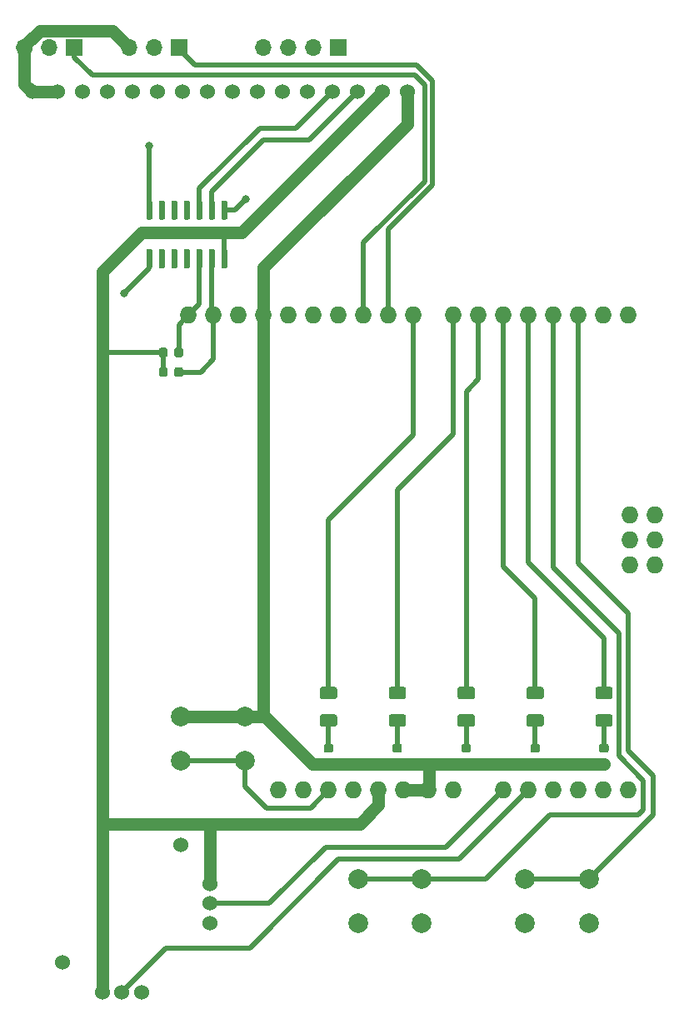
<source format=gbr>
G04 #@! TF.GenerationSoftware,KiCad,Pcbnew,5.1.5-52549c5~84~ubuntu19.04.1*
G04 #@! TF.CreationDate,2020-03-06T00:22:37-06:00*
G04 #@! TF.ProjectId,arduino-lab,61726475-696e-46f2-9d6c-61622e6b6963,rev?*
G04 #@! TF.SameCoordinates,Original*
G04 #@! TF.FileFunction,Copper,L1,Top*
G04 #@! TF.FilePolarity,Positive*
%FSLAX46Y46*%
G04 Gerber Fmt 4.6, Leading zero omitted, Abs format (unit mm)*
G04 Created by KiCad (PCBNEW 5.1.5-52549c5~84~ubuntu19.04.1) date 2020-03-06 00:22:37*
%MOMM*%
%LPD*%
G04 APERTURE LIST*
%ADD10C,0.100000*%
%ADD11C,1.524000*%
%ADD12O,1.727200X1.727200*%
%ADD13C,2.000000*%
%ADD14O,1.700000X1.700000*%
%ADD15R,1.700000X1.700000*%
%ADD16C,0.800000*%
%ADD17C,0.508000*%
%ADD18C,1.270000*%
G04 APERTURE END LIST*
G04 #@! TA.AperFunction,SMDPad,CuDef*
D10*
G36*
X81452691Y-68526053D02*
G01*
X81473926Y-68529203D01*
X81494750Y-68534419D01*
X81514962Y-68541651D01*
X81534368Y-68550830D01*
X81552781Y-68561866D01*
X81570024Y-68574654D01*
X81585930Y-68589070D01*
X81600346Y-68604976D01*
X81613134Y-68622219D01*
X81624170Y-68640632D01*
X81633349Y-68660038D01*
X81640581Y-68680250D01*
X81645797Y-68701074D01*
X81648947Y-68722309D01*
X81650000Y-68743750D01*
X81650000Y-69256250D01*
X81648947Y-69277691D01*
X81645797Y-69298926D01*
X81640581Y-69319750D01*
X81633349Y-69339962D01*
X81624170Y-69359368D01*
X81613134Y-69377781D01*
X81600346Y-69395024D01*
X81585930Y-69410930D01*
X81570024Y-69425346D01*
X81552781Y-69438134D01*
X81534368Y-69449170D01*
X81514962Y-69458349D01*
X81494750Y-69465581D01*
X81473926Y-69470797D01*
X81452691Y-69473947D01*
X81431250Y-69475000D01*
X80993750Y-69475000D01*
X80972309Y-69473947D01*
X80951074Y-69470797D01*
X80930250Y-69465581D01*
X80910038Y-69458349D01*
X80890632Y-69449170D01*
X80872219Y-69438134D01*
X80854976Y-69425346D01*
X80839070Y-69410930D01*
X80824654Y-69395024D01*
X80811866Y-69377781D01*
X80800830Y-69359368D01*
X80791651Y-69339962D01*
X80784419Y-69319750D01*
X80779203Y-69298926D01*
X80776053Y-69277691D01*
X80775000Y-69256250D01*
X80775000Y-68743750D01*
X80776053Y-68722309D01*
X80779203Y-68701074D01*
X80784419Y-68680250D01*
X80791651Y-68660038D01*
X80800830Y-68640632D01*
X80811866Y-68622219D01*
X80824654Y-68604976D01*
X80839070Y-68589070D01*
X80854976Y-68574654D01*
X80872219Y-68561866D01*
X80890632Y-68550830D01*
X80910038Y-68541651D01*
X80930250Y-68534419D01*
X80951074Y-68529203D01*
X80972309Y-68526053D01*
X80993750Y-68525000D01*
X81431250Y-68525000D01*
X81452691Y-68526053D01*
G37*
G04 #@! TD.AperFunction*
G04 #@! TA.AperFunction,SMDPad,CuDef*
G36*
X83027691Y-68526053D02*
G01*
X83048926Y-68529203D01*
X83069750Y-68534419D01*
X83089962Y-68541651D01*
X83109368Y-68550830D01*
X83127781Y-68561866D01*
X83145024Y-68574654D01*
X83160930Y-68589070D01*
X83175346Y-68604976D01*
X83188134Y-68622219D01*
X83199170Y-68640632D01*
X83208349Y-68660038D01*
X83215581Y-68680250D01*
X83220797Y-68701074D01*
X83223947Y-68722309D01*
X83225000Y-68743750D01*
X83225000Y-69256250D01*
X83223947Y-69277691D01*
X83220797Y-69298926D01*
X83215581Y-69319750D01*
X83208349Y-69339962D01*
X83199170Y-69359368D01*
X83188134Y-69377781D01*
X83175346Y-69395024D01*
X83160930Y-69410930D01*
X83145024Y-69425346D01*
X83127781Y-69438134D01*
X83109368Y-69449170D01*
X83089962Y-69458349D01*
X83069750Y-69465581D01*
X83048926Y-69470797D01*
X83027691Y-69473947D01*
X83006250Y-69475000D01*
X82568750Y-69475000D01*
X82547309Y-69473947D01*
X82526074Y-69470797D01*
X82505250Y-69465581D01*
X82485038Y-69458349D01*
X82465632Y-69449170D01*
X82447219Y-69438134D01*
X82429976Y-69425346D01*
X82414070Y-69410930D01*
X82399654Y-69395024D01*
X82386866Y-69377781D01*
X82375830Y-69359368D01*
X82366651Y-69339962D01*
X82359419Y-69319750D01*
X82354203Y-69298926D01*
X82351053Y-69277691D01*
X82350000Y-69256250D01*
X82350000Y-68743750D01*
X82351053Y-68722309D01*
X82354203Y-68701074D01*
X82359419Y-68680250D01*
X82366651Y-68660038D01*
X82375830Y-68640632D01*
X82386866Y-68622219D01*
X82399654Y-68604976D01*
X82414070Y-68589070D01*
X82429976Y-68574654D01*
X82447219Y-68561866D01*
X82465632Y-68550830D01*
X82485038Y-68541651D01*
X82505250Y-68534419D01*
X82526074Y-68529203D01*
X82547309Y-68526053D01*
X82568750Y-68525000D01*
X83006250Y-68525000D01*
X83027691Y-68526053D01*
G37*
G04 #@! TD.AperFunction*
G04 #@! TA.AperFunction,SMDPad,CuDef*
G36*
X81452691Y-66526053D02*
G01*
X81473926Y-66529203D01*
X81494750Y-66534419D01*
X81514962Y-66541651D01*
X81534368Y-66550830D01*
X81552781Y-66561866D01*
X81570024Y-66574654D01*
X81585930Y-66589070D01*
X81600346Y-66604976D01*
X81613134Y-66622219D01*
X81624170Y-66640632D01*
X81633349Y-66660038D01*
X81640581Y-66680250D01*
X81645797Y-66701074D01*
X81648947Y-66722309D01*
X81650000Y-66743750D01*
X81650000Y-67256250D01*
X81648947Y-67277691D01*
X81645797Y-67298926D01*
X81640581Y-67319750D01*
X81633349Y-67339962D01*
X81624170Y-67359368D01*
X81613134Y-67377781D01*
X81600346Y-67395024D01*
X81585930Y-67410930D01*
X81570024Y-67425346D01*
X81552781Y-67438134D01*
X81534368Y-67449170D01*
X81514962Y-67458349D01*
X81494750Y-67465581D01*
X81473926Y-67470797D01*
X81452691Y-67473947D01*
X81431250Y-67475000D01*
X80993750Y-67475000D01*
X80972309Y-67473947D01*
X80951074Y-67470797D01*
X80930250Y-67465581D01*
X80910038Y-67458349D01*
X80890632Y-67449170D01*
X80872219Y-67438134D01*
X80854976Y-67425346D01*
X80839070Y-67410930D01*
X80824654Y-67395024D01*
X80811866Y-67377781D01*
X80800830Y-67359368D01*
X80791651Y-67339962D01*
X80784419Y-67319750D01*
X80779203Y-67298926D01*
X80776053Y-67277691D01*
X80775000Y-67256250D01*
X80775000Y-66743750D01*
X80776053Y-66722309D01*
X80779203Y-66701074D01*
X80784419Y-66680250D01*
X80791651Y-66660038D01*
X80800830Y-66640632D01*
X80811866Y-66622219D01*
X80824654Y-66604976D01*
X80839070Y-66589070D01*
X80854976Y-66574654D01*
X80872219Y-66561866D01*
X80890632Y-66550830D01*
X80910038Y-66541651D01*
X80930250Y-66534419D01*
X80951074Y-66529203D01*
X80972309Y-66526053D01*
X80993750Y-66525000D01*
X81431250Y-66525000D01*
X81452691Y-66526053D01*
G37*
G04 #@! TD.AperFunction*
G04 #@! TA.AperFunction,SMDPad,CuDef*
G36*
X83027691Y-66526053D02*
G01*
X83048926Y-66529203D01*
X83069750Y-66534419D01*
X83089962Y-66541651D01*
X83109368Y-66550830D01*
X83127781Y-66561866D01*
X83145024Y-66574654D01*
X83160930Y-66589070D01*
X83175346Y-66604976D01*
X83188134Y-66622219D01*
X83199170Y-66640632D01*
X83208349Y-66660038D01*
X83215581Y-66680250D01*
X83220797Y-66701074D01*
X83223947Y-66722309D01*
X83225000Y-66743750D01*
X83225000Y-67256250D01*
X83223947Y-67277691D01*
X83220797Y-67298926D01*
X83215581Y-67319750D01*
X83208349Y-67339962D01*
X83199170Y-67359368D01*
X83188134Y-67377781D01*
X83175346Y-67395024D01*
X83160930Y-67410930D01*
X83145024Y-67425346D01*
X83127781Y-67438134D01*
X83109368Y-67449170D01*
X83089962Y-67458349D01*
X83069750Y-67465581D01*
X83048926Y-67470797D01*
X83027691Y-67473947D01*
X83006250Y-67475000D01*
X82568750Y-67475000D01*
X82547309Y-67473947D01*
X82526074Y-67470797D01*
X82505250Y-67465581D01*
X82485038Y-67458349D01*
X82465632Y-67449170D01*
X82447219Y-67438134D01*
X82429976Y-67425346D01*
X82414070Y-67410930D01*
X82399654Y-67395024D01*
X82386866Y-67377781D01*
X82375830Y-67359368D01*
X82366651Y-67339962D01*
X82359419Y-67319750D01*
X82354203Y-67298926D01*
X82351053Y-67277691D01*
X82350000Y-67256250D01*
X82350000Y-66743750D01*
X82351053Y-66722309D01*
X82354203Y-66701074D01*
X82359419Y-66680250D01*
X82366651Y-66660038D01*
X82375830Y-66640632D01*
X82386866Y-66622219D01*
X82399654Y-66604976D01*
X82414070Y-66589070D01*
X82429976Y-66574654D01*
X82447219Y-66561866D01*
X82465632Y-66550830D01*
X82485038Y-66541651D01*
X82505250Y-66534419D01*
X82526074Y-66529203D01*
X82547309Y-66526053D01*
X82568750Y-66525000D01*
X83006250Y-66525000D01*
X83027691Y-66526053D01*
G37*
G04 #@! TD.AperFunction*
D11*
X106000000Y-40540000D03*
X103460000Y-40540000D03*
X100920000Y-40540000D03*
X98380000Y-40540000D03*
X95840000Y-40540000D03*
X93300000Y-40540000D03*
X90760000Y-40540000D03*
X88220000Y-40540000D03*
X85680000Y-40540000D03*
X83140000Y-40540000D03*
X80600000Y-40540000D03*
X78060000Y-40540000D03*
X75520000Y-40540000D03*
X72980000Y-40540000D03*
X70440000Y-40540000D03*
X67900000Y-40540000D03*
D12*
X128627000Y-83520000D03*
X128500000Y-111460000D03*
X125960000Y-111460000D03*
X123420000Y-111460000D03*
X120880000Y-111460000D03*
X118340000Y-111460000D03*
X92940000Y-111460000D03*
X99036000Y-63200000D03*
X96496000Y-63200000D03*
X93956000Y-63200000D03*
X88876000Y-63200000D03*
X86336000Y-63200000D03*
X83796000Y-63200000D03*
X101576000Y-63200000D03*
X104116000Y-63200000D03*
X106656000Y-63200000D03*
X91416000Y-63200000D03*
X110720000Y-63200000D03*
X113260000Y-63200000D03*
X115800000Y-63200000D03*
X118340000Y-63200000D03*
X120880000Y-63200000D03*
X123420000Y-63200000D03*
X125960000Y-63200000D03*
X128500000Y-63200000D03*
X95480000Y-111460000D03*
X98020000Y-111460000D03*
X100560000Y-111460000D03*
X103100000Y-111460000D03*
X105640000Y-111460000D03*
X108180000Y-111460000D03*
X110720000Y-111460000D03*
X115800000Y-111460000D03*
X131167000Y-83520000D03*
X128627000Y-86060000D03*
X131167000Y-86060000D03*
X131167000Y-88600000D03*
X128627000Y-88600000D03*
G04 #@! TA.AperFunction,SMDPad,CuDef*
D10*
G36*
X87574703Y-56500722D02*
G01*
X87589264Y-56502882D01*
X87603543Y-56506459D01*
X87617403Y-56511418D01*
X87630710Y-56517712D01*
X87643336Y-56525280D01*
X87655159Y-56534048D01*
X87666066Y-56543934D01*
X87675952Y-56554841D01*
X87684720Y-56566664D01*
X87692288Y-56579290D01*
X87698582Y-56592597D01*
X87703541Y-56606457D01*
X87707118Y-56620736D01*
X87709278Y-56635297D01*
X87710000Y-56650000D01*
X87710000Y-58300000D01*
X87709278Y-58314703D01*
X87707118Y-58329264D01*
X87703541Y-58343543D01*
X87698582Y-58357403D01*
X87692288Y-58370710D01*
X87684720Y-58383336D01*
X87675952Y-58395159D01*
X87666066Y-58406066D01*
X87655159Y-58415952D01*
X87643336Y-58424720D01*
X87630710Y-58432288D01*
X87617403Y-58438582D01*
X87603543Y-58443541D01*
X87589264Y-58447118D01*
X87574703Y-58449278D01*
X87560000Y-58450000D01*
X87260000Y-58450000D01*
X87245297Y-58449278D01*
X87230736Y-58447118D01*
X87216457Y-58443541D01*
X87202597Y-58438582D01*
X87189290Y-58432288D01*
X87176664Y-58424720D01*
X87164841Y-58415952D01*
X87153934Y-58406066D01*
X87144048Y-58395159D01*
X87135280Y-58383336D01*
X87127712Y-58370710D01*
X87121418Y-58357403D01*
X87116459Y-58343543D01*
X87112882Y-58329264D01*
X87110722Y-58314703D01*
X87110000Y-58300000D01*
X87110000Y-56650000D01*
X87110722Y-56635297D01*
X87112882Y-56620736D01*
X87116459Y-56606457D01*
X87121418Y-56592597D01*
X87127712Y-56579290D01*
X87135280Y-56566664D01*
X87144048Y-56554841D01*
X87153934Y-56543934D01*
X87164841Y-56534048D01*
X87176664Y-56525280D01*
X87189290Y-56517712D01*
X87202597Y-56511418D01*
X87216457Y-56506459D01*
X87230736Y-56502882D01*
X87245297Y-56500722D01*
X87260000Y-56500000D01*
X87560000Y-56500000D01*
X87574703Y-56500722D01*
G37*
G04 #@! TD.AperFunction*
G04 #@! TA.AperFunction,SMDPad,CuDef*
G36*
X86304703Y-56500722D02*
G01*
X86319264Y-56502882D01*
X86333543Y-56506459D01*
X86347403Y-56511418D01*
X86360710Y-56517712D01*
X86373336Y-56525280D01*
X86385159Y-56534048D01*
X86396066Y-56543934D01*
X86405952Y-56554841D01*
X86414720Y-56566664D01*
X86422288Y-56579290D01*
X86428582Y-56592597D01*
X86433541Y-56606457D01*
X86437118Y-56620736D01*
X86439278Y-56635297D01*
X86440000Y-56650000D01*
X86440000Y-58300000D01*
X86439278Y-58314703D01*
X86437118Y-58329264D01*
X86433541Y-58343543D01*
X86428582Y-58357403D01*
X86422288Y-58370710D01*
X86414720Y-58383336D01*
X86405952Y-58395159D01*
X86396066Y-58406066D01*
X86385159Y-58415952D01*
X86373336Y-58424720D01*
X86360710Y-58432288D01*
X86347403Y-58438582D01*
X86333543Y-58443541D01*
X86319264Y-58447118D01*
X86304703Y-58449278D01*
X86290000Y-58450000D01*
X85990000Y-58450000D01*
X85975297Y-58449278D01*
X85960736Y-58447118D01*
X85946457Y-58443541D01*
X85932597Y-58438582D01*
X85919290Y-58432288D01*
X85906664Y-58424720D01*
X85894841Y-58415952D01*
X85883934Y-58406066D01*
X85874048Y-58395159D01*
X85865280Y-58383336D01*
X85857712Y-58370710D01*
X85851418Y-58357403D01*
X85846459Y-58343543D01*
X85842882Y-58329264D01*
X85840722Y-58314703D01*
X85840000Y-58300000D01*
X85840000Y-56650000D01*
X85840722Y-56635297D01*
X85842882Y-56620736D01*
X85846459Y-56606457D01*
X85851418Y-56592597D01*
X85857712Y-56579290D01*
X85865280Y-56566664D01*
X85874048Y-56554841D01*
X85883934Y-56543934D01*
X85894841Y-56534048D01*
X85906664Y-56525280D01*
X85919290Y-56517712D01*
X85932597Y-56511418D01*
X85946457Y-56506459D01*
X85960736Y-56502882D01*
X85975297Y-56500722D01*
X85990000Y-56500000D01*
X86290000Y-56500000D01*
X86304703Y-56500722D01*
G37*
G04 #@! TD.AperFunction*
G04 #@! TA.AperFunction,SMDPad,CuDef*
G36*
X85034703Y-56500722D02*
G01*
X85049264Y-56502882D01*
X85063543Y-56506459D01*
X85077403Y-56511418D01*
X85090710Y-56517712D01*
X85103336Y-56525280D01*
X85115159Y-56534048D01*
X85126066Y-56543934D01*
X85135952Y-56554841D01*
X85144720Y-56566664D01*
X85152288Y-56579290D01*
X85158582Y-56592597D01*
X85163541Y-56606457D01*
X85167118Y-56620736D01*
X85169278Y-56635297D01*
X85170000Y-56650000D01*
X85170000Y-58300000D01*
X85169278Y-58314703D01*
X85167118Y-58329264D01*
X85163541Y-58343543D01*
X85158582Y-58357403D01*
X85152288Y-58370710D01*
X85144720Y-58383336D01*
X85135952Y-58395159D01*
X85126066Y-58406066D01*
X85115159Y-58415952D01*
X85103336Y-58424720D01*
X85090710Y-58432288D01*
X85077403Y-58438582D01*
X85063543Y-58443541D01*
X85049264Y-58447118D01*
X85034703Y-58449278D01*
X85020000Y-58450000D01*
X84720000Y-58450000D01*
X84705297Y-58449278D01*
X84690736Y-58447118D01*
X84676457Y-58443541D01*
X84662597Y-58438582D01*
X84649290Y-58432288D01*
X84636664Y-58424720D01*
X84624841Y-58415952D01*
X84613934Y-58406066D01*
X84604048Y-58395159D01*
X84595280Y-58383336D01*
X84587712Y-58370710D01*
X84581418Y-58357403D01*
X84576459Y-58343543D01*
X84572882Y-58329264D01*
X84570722Y-58314703D01*
X84570000Y-58300000D01*
X84570000Y-56650000D01*
X84570722Y-56635297D01*
X84572882Y-56620736D01*
X84576459Y-56606457D01*
X84581418Y-56592597D01*
X84587712Y-56579290D01*
X84595280Y-56566664D01*
X84604048Y-56554841D01*
X84613934Y-56543934D01*
X84624841Y-56534048D01*
X84636664Y-56525280D01*
X84649290Y-56517712D01*
X84662597Y-56511418D01*
X84676457Y-56506459D01*
X84690736Y-56502882D01*
X84705297Y-56500722D01*
X84720000Y-56500000D01*
X85020000Y-56500000D01*
X85034703Y-56500722D01*
G37*
G04 #@! TD.AperFunction*
G04 #@! TA.AperFunction,SMDPad,CuDef*
G36*
X83764703Y-56500722D02*
G01*
X83779264Y-56502882D01*
X83793543Y-56506459D01*
X83807403Y-56511418D01*
X83820710Y-56517712D01*
X83833336Y-56525280D01*
X83845159Y-56534048D01*
X83856066Y-56543934D01*
X83865952Y-56554841D01*
X83874720Y-56566664D01*
X83882288Y-56579290D01*
X83888582Y-56592597D01*
X83893541Y-56606457D01*
X83897118Y-56620736D01*
X83899278Y-56635297D01*
X83900000Y-56650000D01*
X83900000Y-58300000D01*
X83899278Y-58314703D01*
X83897118Y-58329264D01*
X83893541Y-58343543D01*
X83888582Y-58357403D01*
X83882288Y-58370710D01*
X83874720Y-58383336D01*
X83865952Y-58395159D01*
X83856066Y-58406066D01*
X83845159Y-58415952D01*
X83833336Y-58424720D01*
X83820710Y-58432288D01*
X83807403Y-58438582D01*
X83793543Y-58443541D01*
X83779264Y-58447118D01*
X83764703Y-58449278D01*
X83750000Y-58450000D01*
X83450000Y-58450000D01*
X83435297Y-58449278D01*
X83420736Y-58447118D01*
X83406457Y-58443541D01*
X83392597Y-58438582D01*
X83379290Y-58432288D01*
X83366664Y-58424720D01*
X83354841Y-58415952D01*
X83343934Y-58406066D01*
X83334048Y-58395159D01*
X83325280Y-58383336D01*
X83317712Y-58370710D01*
X83311418Y-58357403D01*
X83306459Y-58343543D01*
X83302882Y-58329264D01*
X83300722Y-58314703D01*
X83300000Y-58300000D01*
X83300000Y-56650000D01*
X83300722Y-56635297D01*
X83302882Y-56620736D01*
X83306459Y-56606457D01*
X83311418Y-56592597D01*
X83317712Y-56579290D01*
X83325280Y-56566664D01*
X83334048Y-56554841D01*
X83343934Y-56543934D01*
X83354841Y-56534048D01*
X83366664Y-56525280D01*
X83379290Y-56517712D01*
X83392597Y-56511418D01*
X83406457Y-56506459D01*
X83420736Y-56502882D01*
X83435297Y-56500722D01*
X83450000Y-56500000D01*
X83750000Y-56500000D01*
X83764703Y-56500722D01*
G37*
G04 #@! TD.AperFunction*
G04 #@! TA.AperFunction,SMDPad,CuDef*
G36*
X82494703Y-56500722D02*
G01*
X82509264Y-56502882D01*
X82523543Y-56506459D01*
X82537403Y-56511418D01*
X82550710Y-56517712D01*
X82563336Y-56525280D01*
X82575159Y-56534048D01*
X82586066Y-56543934D01*
X82595952Y-56554841D01*
X82604720Y-56566664D01*
X82612288Y-56579290D01*
X82618582Y-56592597D01*
X82623541Y-56606457D01*
X82627118Y-56620736D01*
X82629278Y-56635297D01*
X82630000Y-56650000D01*
X82630000Y-58300000D01*
X82629278Y-58314703D01*
X82627118Y-58329264D01*
X82623541Y-58343543D01*
X82618582Y-58357403D01*
X82612288Y-58370710D01*
X82604720Y-58383336D01*
X82595952Y-58395159D01*
X82586066Y-58406066D01*
X82575159Y-58415952D01*
X82563336Y-58424720D01*
X82550710Y-58432288D01*
X82537403Y-58438582D01*
X82523543Y-58443541D01*
X82509264Y-58447118D01*
X82494703Y-58449278D01*
X82480000Y-58450000D01*
X82180000Y-58450000D01*
X82165297Y-58449278D01*
X82150736Y-58447118D01*
X82136457Y-58443541D01*
X82122597Y-58438582D01*
X82109290Y-58432288D01*
X82096664Y-58424720D01*
X82084841Y-58415952D01*
X82073934Y-58406066D01*
X82064048Y-58395159D01*
X82055280Y-58383336D01*
X82047712Y-58370710D01*
X82041418Y-58357403D01*
X82036459Y-58343543D01*
X82032882Y-58329264D01*
X82030722Y-58314703D01*
X82030000Y-58300000D01*
X82030000Y-56650000D01*
X82030722Y-56635297D01*
X82032882Y-56620736D01*
X82036459Y-56606457D01*
X82041418Y-56592597D01*
X82047712Y-56579290D01*
X82055280Y-56566664D01*
X82064048Y-56554841D01*
X82073934Y-56543934D01*
X82084841Y-56534048D01*
X82096664Y-56525280D01*
X82109290Y-56517712D01*
X82122597Y-56511418D01*
X82136457Y-56506459D01*
X82150736Y-56502882D01*
X82165297Y-56500722D01*
X82180000Y-56500000D01*
X82480000Y-56500000D01*
X82494703Y-56500722D01*
G37*
G04 #@! TD.AperFunction*
G04 #@! TA.AperFunction,SMDPad,CuDef*
G36*
X81224703Y-56500722D02*
G01*
X81239264Y-56502882D01*
X81253543Y-56506459D01*
X81267403Y-56511418D01*
X81280710Y-56517712D01*
X81293336Y-56525280D01*
X81305159Y-56534048D01*
X81316066Y-56543934D01*
X81325952Y-56554841D01*
X81334720Y-56566664D01*
X81342288Y-56579290D01*
X81348582Y-56592597D01*
X81353541Y-56606457D01*
X81357118Y-56620736D01*
X81359278Y-56635297D01*
X81360000Y-56650000D01*
X81360000Y-58300000D01*
X81359278Y-58314703D01*
X81357118Y-58329264D01*
X81353541Y-58343543D01*
X81348582Y-58357403D01*
X81342288Y-58370710D01*
X81334720Y-58383336D01*
X81325952Y-58395159D01*
X81316066Y-58406066D01*
X81305159Y-58415952D01*
X81293336Y-58424720D01*
X81280710Y-58432288D01*
X81267403Y-58438582D01*
X81253543Y-58443541D01*
X81239264Y-58447118D01*
X81224703Y-58449278D01*
X81210000Y-58450000D01*
X80910000Y-58450000D01*
X80895297Y-58449278D01*
X80880736Y-58447118D01*
X80866457Y-58443541D01*
X80852597Y-58438582D01*
X80839290Y-58432288D01*
X80826664Y-58424720D01*
X80814841Y-58415952D01*
X80803934Y-58406066D01*
X80794048Y-58395159D01*
X80785280Y-58383336D01*
X80777712Y-58370710D01*
X80771418Y-58357403D01*
X80766459Y-58343543D01*
X80762882Y-58329264D01*
X80760722Y-58314703D01*
X80760000Y-58300000D01*
X80760000Y-56650000D01*
X80760722Y-56635297D01*
X80762882Y-56620736D01*
X80766459Y-56606457D01*
X80771418Y-56592597D01*
X80777712Y-56579290D01*
X80785280Y-56566664D01*
X80794048Y-56554841D01*
X80803934Y-56543934D01*
X80814841Y-56534048D01*
X80826664Y-56525280D01*
X80839290Y-56517712D01*
X80852597Y-56511418D01*
X80866457Y-56506459D01*
X80880736Y-56502882D01*
X80895297Y-56500722D01*
X80910000Y-56500000D01*
X81210000Y-56500000D01*
X81224703Y-56500722D01*
G37*
G04 #@! TD.AperFunction*
G04 #@! TA.AperFunction,SMDPad,CuDef*
G36*
X79954703Y-56500722D02*
G01*
X79969264Y-56502882D01*
X79983543Y-56506459D01*
X79997403Y-56511418D01*
X80010710Y-56517712D01*
X80023336Y-56525280D01*
X80035159Y-56534048D01*
X80046066Y-56543934D01*
X80055952Y-56554841D01*
X80064720Y-56566664D01*
X80072288Y-56579290D01*
X80078582Y-56592597D01*
X80083541Y-56606457D01*
X80087118Y-56620736D01*
X80089278Y-56635297D01*
X80090000Y-56650000D01*
X80090000Y-58300000D01*
X80089278Y-58314703D01*
X80087118Y-58329264D01*
X80083541Y-58343543D01*
X80078582Y-58357403D01*
X80072288Y-58370710D01*
X80064720Y-58383336D01*
X80055952Y-58395159D01*
X80046066Y-58406066D01*
X80035159Y-58415952D01*
X80023336Y-58424720D01*
X80010710Y-58432288D01*
X79997403Y-58438582D01*
X79983543Y-58443541D01*
X79969264Y-58447118D01*
X79954703Y-58449278D01*
X79940000Y-58450000D01*
X79640000Y-58450000D01*
X79625297Y-58449278D01*
X79610736Y-58447118D01*
X79596457Y-58443541D01*
X79582597Y-58438582D01*
X79569290Y-58432288D01*
X79556664Y-58424720D01*
X79544841Y-58415952D01*
X79533934Y-58406066D01*
X79524048Y-58395159D01*
X79515280Y-58383336D01*
X79507712Y-58370710D01*
X79501418Y-58357403D01*
X79496459Y-58343543D01*
X79492882Y-58329264D01*
X79490722Y-58314703D01*
X79490000Y-58300000D01*
X79490000Y-56650000D01*
X79490722Y-56635297D01*
X79492882Y-56620736D01*
X79496459Y-56606457D01*
X79501418Y-56592597D01*
X79507712Y-56579290D01*
X79515280Y-56566664D01*
X79524048Y-56554841D01*
X79533934Y-56543934D01*
X79544841Y-56534048D01*
X79556664Y-56525280D01*
X79569290Y-56517712D01*
X79582597Y-56511418D01*
X79596457Y-56506459D01*
X79610736Y-56502882D01*
X79625297Y-56500722D01*
X79640000Y-56500000D01*
X79940000Y-56500000D01*
X79954703Y-56500722D01*
G37*
G04 #@! TD.AperFunction*
G04 #@! TA.AperFunction,SMDPad,CuDef*
G36*
X79954703Y-51550722D02*
G01*
X79969264Y-51552882D01*
X79983543Y-51556459D01*
X79997403Y-51561418D01*
X80010710Y-51567712D01*
X80023336Y-51575280D01*
X80035159Y-51584048D01*
X80046066Y-51593934D01*
X80055952Y-51604841D01*
X80064720Y-51616664D01*
X80072288Y-51629290D01*
X80078582Y-51642597D01*
X80083541Y-51656457D01*
X80087118Y-51670736D01*
X80089278Y-51685297D01*
X80090000Y-51700000D01*
X80090000Y-53350000D01*
X80089278Y-53364703D01*
X80087118Y-53379264D01*
X80083541Y-53393543D01*
X80078582Y-53407403D01*
X80072288Y-53420710D01*
X80064720Y-53433336D01*
X80055952Y-53445159D01*
X80046066Y-53456066D01*
X80035159Y-53465952D01*
X80023336Y-53474720D01*
X80010710Y-53482288D01*
X79997403Y-53488582D01*
X79983543Y-53493541D01*
X79969264Y-53497118D01*
X79954703Y-53499278D01*
X79940000Y-53500000D01*
X79640000Y-53500000D01*
X79625297Y-53499278D01*
X79610736Y-53497118D01*
X79596457Y-53493541D01*
X79582597Y-53488582D01*
X79569290Y-53482288D01*
X79556664Y-53474720D01*
X79544841Y-53465952D01*
X79533934Y-53456066D01*
X79524048Y-53445159D01*
X79515280Y-53433336D01*
X79507712Y-53420710D01*
X79501418Y-53407403D01*
X79496459Y-53393543D01*
X79492882Y-53379264D01*
X79490722Y-53364703D01*
X79490000Y-53350000D01*
X79490000Y-51700000D01*
X79490722Y-51685297D01*
X79492882Y-51670736D01*
X79496459Y-51656457D01*
X79501418Y-51642597D01*
X79507712Y-51629290D01*
X79515280Y-51616664D01*
X79524048Y-51604841D01*
X79533934Y-51593934D01*
X79544841Y-51584048D01*
X79556664Y-51575280D01*
X79569290Y-51567712D01*
X79582597Y-51561418D01*
X79596457Y-51556459D01*
X79610736Y-51552882D01*
X79625297Y-51550722D01*
X79640000Y-51550000D01*
X79940000Y-51550000D01*
X79954703Y-51550722D01*
G37*
G04 #@! TD.AperFunction*
G04 #@! TA.AperFunction,SMDPad,CuDef*
G36*
X81224703Y-51550722D02*
G01*
X81239264Y-51552882D01*
X81253543Y-51556459D01*
X81267403Y-51561418D01*
X81280710Y-51567712D01*
X81293336Y-51575280D01*
X81305159Y-51584048D01*
X81316066Y-51593934D01*
X81325952Y-51604841D01*
X81334720Y-51616664D01*
X81342288Y-51629290D01*
X81348582Y-51642597D01*
X81353541Y-51656457D01*
X81357118Y-51670736D01*
X81359278Y-51685297D01*
X81360000Y-51700000D01*
X81360000Y-53350000D01*
X81359278Y-53364703D01*
X81357118Y-53379264D01*
X81353541Y-53393543D01*
X81348582Y-53407403D01*
X81342288Y-53420710D01*
X81334720Y-53433336D01*
X81325952Y-53445159D01*
X81316066Y-53456066D01*
X81305159Y-53465952D01*
X81293336Y-53474720D01*
X81280710Y-53482288D01*
X81267403Y-53488582D01*
X81253543Y-53493541D01*
X81239264Y-53497118D01*
X81224703Y-53499278D01*
X81210000Y-53500000D01*
X80910000Y-53500000D01*
X80895297Y-53499278D01*
X80880736Y-53497118D01*
X80866457Y-53493541D01*
X80852597Y-53488582D01*
X80839290Y-53482288D01*
X80826664Y-53474720D01*
X80814841Y-53465952D01*
X80803934Y-53456066D01*
X80794048Y-53445159D01*
X80785280Y-53433336D01*
X80777712Y-53420710D01*
X80771418Y-53407403D01*
X80766459Y-53393543D01*
X80762882Y-53379264D01*
X80760722Y-53364703D01*
X80760000Y-53350000D01*
X80760000Y-51700000D01*
X80760722Y-51685297D01*
X80762882Y-51670736D01*
X80766459Y-51656457D01*
X80771418Y-51642597D01*
X80777712Y-51629290D01*
X80785280Y-51616664D01*
X80794048Y-51604841D01*
X80803934Y-51593934D01*
X80814841Y-51584048D01*
X80826664Y-51575280D01*
X80839290Y-51567712D01*
X80852597Y-51561418D01*
X80866457Y-51556459D01*
X80880736Y-51552882D01*
X80895297Y-51550722D01*
X80910000Y-51550000D01*
X81210000Y-51550000D01*
X81224703Y-51550722D01*
G37*
G04 #@! TD.AperFunction*
G04 #@! TA.AperFunction,SMDPad,CuDef*
G36*
X82494703Y-51550722D02*
G01*
X82509264Y-51552882D01*
X82523543Y-51556459D01*
X82537403Y-51561418D01*
X82550710Y-51567712D01*
X82563336Y-51575280D01*
X82575159Y-51584048D01*
X82586066Y-51593934D01*
X82595952Y-51604841D01*
X82604720Y-51616664D01*
X82612288Y-51629290D01*
X82618582Y-51642597D01*
X82623541Y-51656457D01*
X82627118Y-51670736D01*
X82629278Y-51685297D01*
X82630000Y-51700000D01*
X82630000Y-53350000D01*
X82629278Y-53364703D01*
X82627118Y-53379264D01*
X82623541Y-53393543D01*
X82618582Y-53407403D01*
X82612288Y-53420710D01*
X82604720Y-53433336D01*
X82595952Y-53445159D01*
X82586066Y-53456066D01*
X82575159Y-53465952D01*
X82563336Y-53474720D01*
X82550710Y-53482288D01*
X82537403Y-53488582D01*
X82523543Y-53493541D01*
X82509264Y-53497118D01*
X82494703Y-53499278D01*
X82480000Y-53500000D01*
X82180000Y-53500000D01*
X82165297Y-53499278D01*
X82150736Y-53497118D01*
X82136457Y-53493541D01*
X82122597Y-53488582D01*
X82109290Y-53482288D01*
X82096664Y-53474720D01*
X82084841Y-53465952D01*
X82073934Y-53456066D01*
X82064048Y-53445159D01*
X82055280Y-53433336D01*
X82047712Y-53420710D01*
X82041418Y-53407403D01*
X82036459Y-53393543D01*
X82032882Y-53379264D01*
X82030722Y-53364703D01*
X82030000Y-53350000D01*
X82030000Y-51700000D01*
X82030722Y-51685297D01*
X82032882Y-51670736D01*
X82036459Y-51656457D01*
X82041418Y-51642597D01*
X82047712Y-51629290D01*
X82055280Y-51616664D01*
X82064048Y-51604841D01*
X82073934Y-51593934D01*
X82084841Y-51584048D01*
X82096664Y-51575280D01*
X82109290Y-51567712D01*
X82122597Y-51561418D01*
X82136457Y-51556459D01*
X82150736Y-51552882D01*
X82165297Y-51550722D01*
X82180000Y-51550000D01*
X82480000Y-51550000D01*
X82494703Y-51550722D01*
G37*
G04 #@! TD.AperFunction*
G04 #@! TA.AperFunction,SMDPad,CuDef*
G36*
X83764703Y-51550722D02*
G01*
X83779264Y-51552882D01*
X83793543Y-51556459D01*
X83807403Y-51561418D01*
X83820710Y-51567712D01*
X83833336Y-51575280D01*
X83845159Y-51584048D01*
X83856066Y-51593934D01*
X83865952Y-51604841D01*
X83874720Y-51616664D01*
X83882288Y-51629290D01*
X83888582Y-51642597D01*
X83893541Y-51656457D01*
X83897118Y-51670736D01*
X83899278Y-51685297D01*
X83900000Y-51700000D01*
X83900000Y-53350000D01*
X83899278Y-53364703D01*
X83897118Y-53379264D01*
X83893541Y-53393543D01*
X83888582Y-53407403D01*
X83882288Y-53420710D01*
X83874720Y-53433336D01*
X83865952Y-53445159D01*
X83856066Y-53456066D01*
X83845159Y-53465952D01*
X83833336Y-53474720D01*
X83820710Y-53482288D01*
X83807403Y-53488582D01*
X83793543Y-53493541D01*
X83779264Y-53497118D01*
X83764703Y-53499278D01*
X83750000Y-53500000D01*
X83450000Y-53500000D01*
X83435297Y-53499278D01*
X83420736Y-53497118D01*
X83406457Y-53493541D01*
X83392597Y-53488582D01*
X83379290Y-53482288D01*
X83366664Y-53474720D01*
X83354841Y-53465952D01*
X83343934Y-53456066D01*
X83334048Y-53445159D01*
X83325280Y-53433336D01*
X83317712Y-53420710D01*
X83311418Y-53407403D01*
X83306459Y-53393543D01*
X83302882Y-53379264D01*
X83300722Y-53364703D01*
X83300000Y-53350000D01*
X83300000Y-51700000D01*
X83300722Y-51685297D01*
X83302882Y-51670736D01*
X83306459Y-51656457D01*
X83311418Y-51642597D01*
X83317712Y-51629290D01*
X83325280Y-51616664D01*
X83334048Y-51604841D01*
X83343934Y-51593934D01*
X83354841Y-51584048D01*
X83366664Y-51575280D01*
X83379290Y-51567712D01*
X83392597Y-51561418D01*
X83406457Y-51556459D01*
X83420736Y-51552882D01*
X83435297Y-51550722D01*
X83450000Y-51550000D01*
X83750000Y-51550000D01*
X83764703Y-51550722D01*
G37*
G04 #@! TD.AperFunction*
G04 #@! TA.AperFunction,SMDPad,CuDef*
G36*
X85034703Y-51550722D02*
G01*
X85049264Y-51552882D01*
X85063543Y-51556459D01*
X85077403Y-51561418D01*
X85090710Y-51567712D01*
X85103336Y-51575280D01*
X85115159Y-51584048D01*
X85126066Y-51593934D01*
X85135952Y-51604841D01*
X85144720Y-51616664D01*
X85152288Y-51629290D01*
X85158582Y-51642597D01*
X85163541Y-51656457D01*
X85167118Y-51670736D01*
X85169278Y-51685297D01*
X85170000Y-51700000D01*
X85170000Y-53350000D01*
X85169278Y-53364703D01*
X85167118Y-53379264D01*
X85163541Y-53393543D01*
X85158582Y-53407403D01*
X85152288Y-53420710D01*
X85144720Y-53433336D01*
X85135952Y-53445159D01*
X85126066Y-53456066D01*
X85115159Y-53465952D01*
X85103336Y-53474720D01*
X85090710Y-53482288D01*
X85077403Y-53488582D01*
X85063543Y-53493541D01*
X85049264Y-53497118D01*
X85034703Y-53499278D01*
X85020000Y-53500000D01*
X84720000Y-53500000D01*
X84705297Y-53499278D01*
X84690736Y-53497118D01*
X84676457Y-53493541D01*
X84662597Y-53488582D01*
X84649290Y-53482288D01*
X84636664Y-53474720D01*
X84624841Y-53465952D01*
X84613934Y-53456066D01*
X84604048Y-53445159D01*
X84595280Y-53433336D01*
X84587712Y-53420710D01*
X84581418Y-53407403D01*
X84576459Y-53393543D01*
X84572882Y-53379264D01*
X84570722Y-53364703D01*
X84570000Y-53350000D01*
X84570000Y-51700000D01*
X84570722Y-51685297D01*
X84572882Y-51670736D01*
X84576459Y-51656457D01*
X84581418Y-51642597D01*
X84587712Y-51629290D01*
X84595280Y-51616664D01*
X84604048Y-51604841D01*
X84613934Y-51593934D01*
X84624841Y-51584048D01*
X84636664Y-51575280D01*
X84649290Y-51567712D01*
X84662597Y-51561418D01*
X84676457Y-51556459D01*
X84690736Y-51552882D01*
X84705297Y-51550722D01*
X84720000Y-51550000D01*
X85020000Y-51550000D01*
X85034703Y-51550722D01*
G37*
G04 #@! TD.AperFunction*
G04 #@! TA.AperFunction,SMDPad,CuDef*
G36*
X86304703Y-51550722D02*
G01*
X86319264Y-51552882D01*
X86333543Y-51556459D01*
X86347403Y-51561418D01*
X86360710Y-51567712D01*
X86373336Y-51575280D01*
X86385159Y-51584048D01*
X86396066Y-51593934D01*
X86405952Y-51604841D01*
X86414720Y-51616664D01*
X86422288Y-51629290D01*
X86428582Y-51642597D01*
X86433541Y-51656457D01*
X86437118Y-51670736D01*
X86439278Y-51685297D01*
X86440000Y-51700000D01*
X86440000Y-53350000D01*
X86439278Y-53364703D01*
X86437118Y-53379264D01*
X86433541Y-53393543D01*
X86428582Y-53407403D01*
X86422288Y-53420710D01*
X86414720Y-53433336D01*
X86405952Y-53445159D01*
X86396066Y-53456066D01*
X86385159Y-53465952D01*
X86373336Y-53474720D01*
X86360710Y-53482288D01*
X86347403Y-53488582D01*
X86333543Y-53493541D01*
X86319264Y-53497118D01*
X86304703Y-53499278D01*
X86290000Y-53500000D01*
X85990000Y-53500000D01*
X85975297Y-53499278D01*
X85960736Y-53497118D01*
X85946457Y-53493541D01*
X85932597Y-53488582D01*
X85919290Y-53482288D01*
X85906664Y-53474720D01*
X85894841Y-53465952D01*
X85883934Y-53456066D01*
X85874048Y-53445159D01*
X85865280Y-53433336D01*
X85857712Y-53420710D01*
X85851418Y-53407403D01*
X85846459Y-53393543D01*
X85842882Y-53379264D01*
X85840722Y-53364703D01*
X85840000Y-53350000D01*
X85840000Y-51700000D01*
X85840722Y-51685297D01*
X85842882Y-51670736D01*
X85846459Y-51656457D01*
X85851418Y-51642597D01*
X85857712Y-51629290D01*
X85865280Y-51616664D01*
X85874048Y-51604841D01*
X85883934Y-51593934D01*
X85894841Y-51584048D01*
X85906664Y-51575280D01*
X85919290Y-51567712D01*
X85932597Y-51561418D01*
X85946457Y-51556459D01*
X85960736Y-51552882D01*
X85975297Y-51550722D01*
X85990000Y-51550000D01*
X86290000Y-51550000D01*
X86304703Y-51550722D01*
G37*
G04 #@! TD.AperFunction*
G04 #@! TA.AperFunction,SMDPad,CuDef*
G36*
X87574703Y-51550722D02*
G01*
X87589264Y-51552882D01*
X87603543Y-51556459D01*
X87617403Y-51561418D01*
X87630710Y-51567712D01*
X87643336Y-51575280D01*
X87655159Y-51584048D01*
X87666066Y-51593934D01*
X87675952Y-51604841D01*
X87684720Y-51616664D01*
X87692288Y-51629290D01*
X87698582Y-51642597D01*
X87703541Y-51656457D01*
X87707118Y-51670736D01*
X87709278Y-51685297D01*
X87710000Y-51700000D01*
X87710000Y-53350000D01*
X87709278Y-53364703D01*
X87707118Y-53379264D01*
X87703541Y-53393543D01*
X87698582Y-53407403D01*
X87692288Y-53420710D01*
X87684720Y-53433336D01*
X87675952Y-53445159D01*
X87666066Y-53456066D01*
X87655159Y-53465952D01*
X87643336Y-53474720D01*
X87630710Y-53482288D01*
X87617403Y-53488582D01*
X87603543Y-53493541D01*
X87589264Y-53497118D01*
X87574703Y-53499278D01*
X87560000Y-53500000D01*
X87260000Y-53500000D01*
X87245297Y-53499278D01*
X87230736Y-53497118D01*
X87216457Y-53493541D01*
X87202597Y-53488582D01*
X87189290Y-53482288D01*
X87176664Y-53474720D01*
X87164841Y-53465952D01*
X87153934Y-53456066D01*
X87144048Y-53445159D01*
X87135280Y-53433336D01*
X87127712Y-53420710D01*
X87121418Y-53407403D01*
X87116459Y-53393543D01*
X87112882Y-53379264D01*
X87110722Y-53364703D01*
X87110000Y-53350000D01*
X87110000Y-51700000D01*
X87110722Y-51685297D01*
X87112882Y-51670736D01*
X87116459Y-51656457D01*
X87121418Y-51642597D01*
X87127712Y-51629290D01*
X87135280Y-51616664D01*
X87144048Y-51604841D01*
X87153934Y-51593934D01*
X87164841Y-51584048D01*
X87176664Y-51575280D01*
X87189290Y-51567712D01*
X87202597Y-51561418D01*
X87216457Y-51556459D01*
X87230736Y-51552882D01*
X87245297Y-51550722D01*
X87260000Y-51550000D01*
X87560000Y-51550000D01*
X87574703Y-51550722D01*
G37*
G04 #@! TD.AperFunction*
D13*
X83000000Y-108500000D03*
X83000000Y-104000000D03*
X89500000Y-108500000D03*
X89500000Y-104000000D03*
X124500000Y-120500000D03*
X124500000Y-125000000D03*
X118000000Y-120500000D03*
X118000000Y-125000000D03*
X107500000Y-120500000D03*
X107500000Y-125000000D03*
X101000000Y-120500000D03*
X101000000Y-125000000D03*
G04 #@! TA.AperFunction,SMDPad,CuDef*
D10*
G36*
X126277691Y-108351053D02*
G01*
X126298926Y-108354203D01*
X126319750Y-108359419D01*
X126339962Y-108366651D01*
X126359368Y-108375830D01*
X126377781Y-108386866D01*
X126395024Y-108399654D01*
X126410930Y-108414070D01*
X126425346Y-108429976D01*
X126438134Y-108447219D01*
X126449170Y-108465632D01*
X126458349Y-108485038D01*
X126465581Y-108505250D01*
X126470797Y-108526074D01*
X126473947Y-108547309D01*
X126475000Y-108568750D01*
X126475000Y-109006250D01*
X126473947Y-109027691D01*
X126470797Y-109048926D01*
X126465581Y-109069750D01*
X126458349Y-109089962D01*
X126449170Y-109109368D01*
X126438134Y-109127781D01*
X126425346Y-109145024D01*
X126410930Y-109160930D01*
X126395024Y-109175346D01*
X126377781Y-109188134D01*
X126359368Y-109199170D01*
X126339962Y-109208349D01*
X126319750Y-109215581D01*
X126298926Y-109220797D01*
X126277691Y-109223947D01*
X126256250Y-109225000D01*
X125743750Y-109225000D01*
X125722309Y-109223947D01*
X125701074Y-109220797D01*
X125680250Y-109215581D01*
X125660038Y-109208349D01*
X125640632Y-109199170D01*
X125622219Y-109188134D01*
X125604976Y-109175346D01*
X125589070Y-109160930D01*
X125574654Y-109145024D01*
X125561866Y-109127781D01*
X125550830Y-109109368D01*
X125541651Y-109089962D01*
X125534419Y-109069750D01*
X125529203Y-109048926D01*
X125526053Y-109027691D01*
X125525000Y-109006250D01*
X125525000Y-108568750D01*
X125526053Y-108547309D01*
X125529203Y-108526074D01*
X125534419Y-108505250D01*
X125541651Y-108485038D01*
X125550830Y-108465632D01*
X125561866Y-108447219D01*
X125574654Y-108429976D01*
X125589070Y-108414070D01*
X125604976Y-108399654D01*
X125622219Y-108386866D01*
X125640632Y-108375830D01*
X125660038Y-108366651D01*
X125680250Y-108359419D01*
X125701074Y-108354203D01*
X125722309Y-108351053D01*
X125743750Y-108350000D01*
X126256250Y-108350000D01*
X126277691Y-108351053D01*
G37*
G04 #@! TD.AperFunction*
G04 #@! TA.AperFunction,SMDPad,CuDef*
G36*
X126277691Y-106776053D02*
G01*
X126298926Y-106779203D01*
X126319750Y-106784419D01*
X126339962Y-106791651D01*
X126359368Y-106800830D01*
X126377781Y-106811866D01*
X126395024Y-106824654D01*
X126410930Y-106839070D01*
X126425346Y-106854976D01*
X126438134Y-106872219D01*
X126449170Y-106890632D01*
X126458349Y-106910038D01*
X126465581Y-106930250D01*
X126470797Y-106951074D01*
X126473947Y-106972309D01*
X126475000Y-106993750D01*
X126475000Y-107431250D01*
X126473947Y-107452691D01*
X126470797Y-107473926D01*
X126465581Y-107494750D01*
X126458349Y-107514962D01*
X126449170Y-107534368D01*
X126438134Y-107552781D01*
X126425346Y-107570024D01*
X126410930Y-107585930D01*
X126395024Y-107600346D01*
X126377781Y-107613134D01*
X126359368Y-107624170D01*
X126339962Y-107633349D01*
X126319750Y-107640581D01*
X126298926Y-107645797D01*
X126277691Y-107648947D01*
X126256250Y-107650000D01*
X125743750Y-107650000D01*
X125722309Y-107648947D01*
X125701074Y-107645797D01*
X125680250Y-107640581D01*
X125660038Y-107633349D01*
X125640632Y-107624170D01*
X125622219Y-107613134D01*
X125604976Y-107600346D01*
X125589070Y-107585930D01*
X125574654Y-107570024D01*
X125561866Y-107552781D01*
X125550830Y-107534368D01*
X125541651Y-107514962D01*
X125534419Y-107494750D01*
X125529203Y-107473926D01*
X125526053Y-107452691D01*
X125525000Y-107431250D01*
X125525000Y-106993750D01*
X125526053Y-106972309D01*
X125529203Y-106951074D01*
X125534419Y-106930250D01*
X125541651Y-106910038D01*
X125550830Y-106890632D01*
X125561866Y-106872219D01*
X125574654Y-106854976D01*
X125589070Y-106839070D01*
X125604976Y-106824654D01*
X125622219Y-106811866D01*
X125640632Y-106800830D01*
X125660038Y-106791651D01*
X125680250Y-106784419D01*
X125701074Y-106779203D01*
X125722309Y-106776053D01*
X125743750Y-106775000D01*
X126256250Y-106775000D01*
X126277691Y-106776053D01*
G37*
G04 #@! TD.AperFunction*
G04 #@! TA.AperFunction,SMDPad,CuDef*
G36*
X119277691Y-108351053D02*
G01*
X119298926Y-108354203D01*
X119319750Y-108359419D01*
X119339962Y-108366651D01*
X119359368Y-108375830D01*
X119377781Y-108386866D01*
X119395024Y-108399654D01*
X119410930Y-108414070D01*
X119425346Y-108429976D01*
X119438134Y-108447219D01*
X119449170Y-108465632D01*
X119458349Y-108485038D01*
X119465581Y-108505250D01*
X119470797Y-108526074D01*
X119473947Y-108547309D01*
X119475000Y-108568750D01*
X119475000Y-109006250D01*
X119473947Y-109027691D01*
X119470797Y-109048926D01*
X119465581Y-109069750D01*
X119458349Y-109089962D01*
X119449170Y-109109368D01*
X119438134Y-109127781D01*
X119425346Y-109145024D01*
X119410930Y-109160930D01*
X119395024Y-109175346D01*
X119377781Y-109188134D01*
X119359368Y-109199170D01*
X119339962Y-109208349D01*
X119319750Y-109215581D01*
X119298926Y-109220797D01*
X119277691Y-109223947D01*
X119256250Y-109225000D01*
X118743750Y-109225000D01*
X118722309Y-109223947D01*
X118701074Y-109220797D01*
X118680250Y-109215581D01*
X118660038Y-109208349D01*
X118640632Y-109199170D01*
X118622219Y-109188134D01*
X118604976Y-109175346D01*
X118589070Y-109160930D01*
X118574654Y-109145024D01*
X118561866Y-109127781D01*
X118550830Y-109109368D01*
X118541651Y-109089962D01*
X118534419Y-109069750D01*
X118529203Y-109048926D01*
X118526053Y-109027691D01*
X118525000Y-109006250D01*
X118525000Y-108568750D01*
X118526053Y-108547309D01*
X118529203Y-108526074D01*
X118534419Y-108505250D01*
X118541651Y-108485038D01*
X118550830Y-108465632D01*
X118561866Y-108447219D01*
X118574654Y-108429976D01*
X118589070Y-108414070D01*
X118604976Y-108399654D01*
X118622219Y-108386866D01*
X118640632Y-108375830D01*
X118660038Y-108366651D01*
X118680250Y-108359419D01*
X118701074Y-108354203D01*
X118722309Y-108351053D01*
X118743750Y-108350000D01*
X119256250Y-108350000D01*
X119277691Y-108351053D01*
G37*
G04 #@! TD.AperFunction*
G04 #@! TA.AperFunction,SMDPad,CuDef*
G36*
X119277691Y-106776053D02*
G01*
X119298926Y-106779203D01*
X119319750Y-106784419D01*
X119339962Y-106791651D01*
X119359368Y-106800830D01*
X119377781Y-106811866D01*
X119395024Y-106824654D01*
X119410930Y-106839070D01*
X119425346Y-106854976D01*
X119438134Y-106872219D01*
X119449170Y-106890632D01*
X119458349Y-106910038D01*
X119465581Y-106930250D01*
X119470797Y-106951074D01*
X119473947Y-106972309D01*
X119475000Y-106993750D01*
X119475000Y-107431250D01*
X119473947Y-107452691D01*
X119470797Y-107473926D01*
X119465581Y-107494750D01*
X119458349Y-107514962D01*
X119449170Y-107534368D01*
X119438134Y-107552781D01*
X119425346Y-107570024D01*
X119410930Y-107585930D01*
X119395024Y-107600346D01*
X119377781Y-107613134D01*
X119359368Y-107624170D01*
X119339962Y-107633349D01*
X119319750Y-107640581D01*
X119298926Y-107645797D01*
X119277691Y-107648947D01*
X119256250Y-107650000D01*
X118743750Y-107650000D01*
X118722309Y-107648947D01*
X118701074Y-107645797D01*
X118680250Y-107640581D01*
X118660038Y-107633349D01*
X118640632Y-107624170D01*
X118622219Y-107613134D01*
X118604976Y-107600346D01*
X118589070Y-107585930D01*
X118574654Y-107570024D01*
X118561866Y-107552781D01*
X118550830Y-107534368D01*
X118541651Y-107514962D01*
X118534419Y-107494750D01*
X118529203Y-107473926D01*
X118526053Y-107452691D01*
X118525000Y-107431250D01*
X118525000Y-106993750D01*
X118526053Y-106972309D01*
X118529203Y-106951074D01*
X118534419Y-106930250D01*
X118541651Y-106910038D01*
X118550830Y-106890632D01*
X118561866Y-106872219D01*
X118574654Y-106854976D01*
X118589070Y-106839070D01*
X118604976Y-106824654D01*
X118622219Y-106811866D01*
X118640632Y-106800830D01*
X118660038Y-106791651D01*
X118680250Y-106784419D01*
X118701074Y-106779203D01*
X118722309Y-106776053D01*
X118743750Y-106775000D01*
X119256250Y-106775000D01*
X119277691Y-106776053D01*
G37*
G04 #@! TD.AperFunction*
G04 #@! TA.AperFunction,SMDPad,CuDef*
G36*
X112277691Y-108351053D02*
G01*
X112298926Y-108354203D01*
X112319750Y-108359419D01*
X112339962Y-108366651D01*
X112359368Y-108375830D01*
X112377781Y-108386866D01*
X112395024Y-108399654D01*
X112410930Y-108414070D01*
X112425346Y-108429976D01*
X112438134Y-108447219D01*
X112449170Y-108465632D01*
X112458349Y-108485038D01*
X112465581Y-108505250D01*
X112470797Y-108526074D01*
X112473947Y-108547309D01*
X112475000Y-108568750D01*
X112475000Y-109006250D01*
X112473947Y-109027691D01*
X112470797Y-109048926D01*
X112465581Y-109069750D01*
X112458349Y-109089962D01*
X112449170Y-109109368D01*
X112438134Y-109127781D01*
X112425346Y-109145024D01*
X112410930Y-109160930D01*
X112395024Y-109175346D01*
X112377781Y-109188134D01*
X112359368Y-109199170D01*
X112339962Y-109208349D01*
X112319750Y-109215581D01*
X112298926Y-109220797D01*
X112277691Y-109223947D01*
X112256250Y-109225000D01*
X111743750Y-109225000D01*
X111722309Y-109223947D01*
X111701074Y-109220797D01*
X111680250Y-109215581D01*
X111660038Y-109208349D01*
X111640632Y-109199170D01*
X111622219Y-109188134D01*
X111604976Y-109175346D01*
X111589070Y-109160930D01*
X111574654Y-109145024D01*
X111561866Y-109127781D01*
X111550830Y-109109368D01*
X111541651Y-109089962D01*
X111534419Y-109069750D01*
X111529203Y-109048926D01*
X111526053Y-109027691D01*
X111525000Y-109006250D01*
X111525000Y-108568750D01*
X111526053Y-108547309D01*
X111529203Y-108526074D01*
X111534419Y-108505250D01*
X111541651Y-108485038D01*
X111550830Y-108465632D01*
X111561866Y-108447219D01*
X111574654Y-108429976D01*
X111589070Y-108414070D01*
X111604976Y-108399654D01*
X111622219Y-108386866D01*
X111640632Y-108375830D01*
X111660038Y-108366651D01*
X111680250Y-108359419D01*
X111701074Y-108354203D01*
X111722309Y-108351053D01*
X111743750Y-108350000D01*
X112256250Y-108350000D01*
X112277691Y-108351053D01*
G37*
G04 #@! TD.AperFunction*
G04 #@! TA.AperFunction,SMDPad,CuDef*
G36*
X112277691Y-106776053D02*
G01*
X112298926Y-106779203D01*
X112319750Y-106784419D01*
X112339962Y-106791651D01*
X112359368Y-106800830D01*
X112377781Y-106811866D01*
X112395024Y-106824654D01*
X112410930Y-106839070D01*
X112425346Y-106854976D01*
X112438134Y-106872219D01*
X112449170Y-106890632D01*
X112458349Y-106910038D01*
X112465581Y-106930250D01*
X112470797Y-106951074D01*
X112473947Y-106972309D01*
X112475000Y-106993750D01*
X112475000Y-107431250D01*
X112473947Y-107452691D01*
X112470797Y-107473926D01*
X112465581Y-107494750D01*
X112458349Y-107514962D01*
X112449170Y-107534368D01*
X112438134Y-107552781D01*
X112425346Y-107570024D01*
X112410930Y-107585930D01*
X112395024Y-107600346D01*
X112377781Y-107613134D01*
X112359368Y-107624170D01*
X112339962Y-107633349D01*
X112319750Y-107640581D01*
X112298926Y-107645797D01*
X112277691Y-107648947D01*
X112256250Y-107650000D01*
X111743750Y-107650000D01*
X111722309Y-107648947D01*
X111701074Y-107645797D01*
X111680250Y-107640581D01*
X111660038Y-107633349D01*
X111640632Y-107624170D01*
X111622219Y-107613134D01*
X111604976Y-107600346D01*
X111589070Y-107585930D01*
X111574654Y-107570024D01*
X111561866Y-107552781D01*
X111550830Y-107534368D01*
X111541651Y-107514962D01*
X111534419Y-107494750D01*
X111529203Y-107473926D01*
X111526053Y-107452691D01*
X111525000Y-107431250D01*
X111525000Y-106993750D01*
X111526053Y-106972309D01*
X111529203Y-106951074D01*
X111534419Y-106930250D01*
X111541651Y-106910038D01*
X111550830Y-106890632D01*
X111561866Y-106872219D01*
X111574654Y-106854976D01*
X111589070Y-106839070D01*
X111604976Y-106824654D01*
X111622219Y-106811866D01*
X111640632Y-106800830D01*
X111660038Y-106791651D01*
X111680250Y-106784419D01*
X111701074Y-106779203D01*
X111722309Y-106776053D01*
X111743750Y-106775000D01*
X112256250Y-106775000D01*
X112277691Y-106776053D01*
G37*
G04 #@! TD.AperFunction*
G04 #@! TA.AperFunction,SMDPad,CuDef*
G36*
X105277691Y-108351053D02*
G01*
X105298926Y-108354203D01*
X105319750Y-108359419D01*
X105339962Y-108366651D01*
X105359368Y-108375830D01*
X105377781Y-108386866D01*
X105395024Y-108399654D01*
X105410930Y-108414070D01*
X105425346Y-108429976D01*
X105438134Y-108447219D01*
X105449170Y-108465632D01*
X105458349Y-108485038D01*
X105465581Y-108505250D01*
X105470797Y-108526074D01*
X105473947Y-108547309D01*
X105475000Y-108568750D01*
X105475000Y-109006250D01*
X105473947Y-109027691D01*
X105470797Y-109048926D01*
X105465581Y-109069750D01*
X105458349Y-109089962D01*
X105449170Y-109109368D01*
X105438134Y-109127781D01*
X105425346Y-109145024D01*
X105410930Y-109160930D01*
X105395024Y-109175346D01*
X105377781Y-109188134D01*
X105359368Y-109199170D01*
X105339962Y-109208349D01*
X105319750Y-109215581D01*
X105298926Y-109220797D01*
X105277691Y-109223947D01*
X105256250Y-109225000D01*
X104743750Y-109225000D01*
X104722309Y-109223947D01*
X104701074Y-109220797D01*
X104680250Y-109215581D01*
X104660038Y-109208349D01*
X104640632Y-109199170D01*
X104622219Y-109188134D01*
X104604976Y-109175346D01*
X104589070Y-109160930D01*
X104574654Y-109145024D01*
X104561866Y-109127781D01*
X104550830Y-109109368D01*
X104541651Y-109089962D01*
X104534419Y-109069750D01*
X104529203Y-109048926D01*
X104526053Y-109027691D01*
X104525000Y-109006250D01*
X104525000Y-108568750D01*
X104526053Y-108547309D01*
X104529203Y-108526074D01*
X104534419Y-108505250D01*
X104541651Y-108485038D01*
X104550830Y-108465632D01*
X104561866Y-108447219D01*
X104574654Y-108429976D01*
X104589070Y-108414070D01*
X104604976Y-108399654D01*
X104622219Y-108386866D01*
X104640632Y-108375830D01*
X104660038Y-108366651D01*
X104680250Y-108359419D01*
X104701074Y-108354203D01*
X104722309Y-108351053D01*
X104743750Y-108350000D01*
X105256250Y-108350000D01*
X105277691Y-108351053D01*
G37*
G04 #@! TD.AperFunction*
G04 #@! TA.AperFunction,SMDPad,CuDef*
G36*
X105277691Y-106776053D02*
G01*
X105298926Y-106779203D01*
X105319750Y-106784419D01*
X105339962Y-106791651D01*
X105359368Y-106800830D01*
X105377781Y-106811866D01*
X105395024Y-106824654D01*
X105410930Y-106839070D01*
X105425346Y-106854976D01*
X105438134Y-106872219D01*
X105449170Y-106890632D01*
X105458349Y-106910038D01*
X105465581Y-106930250D01*
X105470797Y-106951074D01*
X105473947Y-106972309D01*
X105475000Y-106993750D01*
X105475000Y-107431250D01*
X105473947Y-107452691D01*
X105470797Y-107473926D01*
X105465581Y-107494750D01*
X105458349Y-107514962D01*
X105449170Y-107534368D01*
X105438134Y-107552781D01*
X105425346Y-107570024D01*
X105410930Y-107585930D01*
X105395024Y-107600346D01*
X105377781Y-107613134D01*
X105359368Y-107624170D01*
X105339962Y-107633349D01*
X105319750Y-107640581D01*
X105298926Y-107645797D01*
X105277691Y-107648947D01*
X105256250Y-107650000D01*
X104743750Y-107650000D01*
X104722309Y-107648947D01*
X104701074Y-107645797D01*
X104680250Y-107640581D01*
X104660038Y-107633349D01*
X104640632Y-107624170D01*
X104622219Y-107613134D01*
X104604976Y-107600346D01*
X104589070Y-107585930D01*
X104574654Y-107570024D01*
X104561866Y-107552781D01*
X104550830Y-107534368D01*
X104541651Y-107514962D01*
X104534419Y-107494750D01*
X104529203Y-107473926D01*
X104526053Y-107452691D01*
X104525000Y-107431250D01*
X104525000Y-106993750D01*
X104526053Y-106972309D01*
X104529203Y-106951074D01*
X104534419Y-106930250D01*
X104541651Y-106910038D01*
X104550830Y-106890632D01*
X104561866Y-106872219D01*
X104574654Y-106854976D01*
X104589070Y-106839070D01*
X104604976Y-106824654D01*
X104622219Y-106811866D01*
X104640632Y-106800830D01*
X104660038Y-106791651D01*
X104680250Y-106784419D01*
X104701074Y-106779203D01*
X104722309Y-106776053D01*
X104743750Y-106775000D01*
X105256250Y-106775000D01*
X105277691Y-106776053D01*
G37*
G04 #@! TD.AperFunction*
G04 #@! TA.AperFunction,SMDPad,CuDef*
G36*
X98277691Y-108351053D02*
G01*
X98298926Y-108354203D01*
X98319750Y-108359419D01*
X98339962Y-108366651D01*
X98359368Y-108375830D01*
X98377781Y-108386866D01*
X98395024Y-108399654D01*
X98410930Y-108414070D01*
X98425346Y-108429976D01*
X98438134Y-108447219D01*
X98449170Y-108465632D01*
X98458349Y-108485038D01*
X98465581Y-108505250D01*
X98470797Y-108526074D01*
X98473947Y-108547309D01*
X98475000Y-108568750D01*
X98475000Y-109006250D01*
X98473947Y-109027691D01*
X98470797Y-109048926D01*
X98465581Y-109069750D01*
X98458349Y-109089962D01*
X98449170Y-109109368D01*
X98438134Y-109127781D01*
X98425346Y-109145024D01*
X98410930Y-109160930D01*
X98395024Y-109175346D01*
X98377781Y-109188134D01*
X98359368Y-109199170D01*
X98339962Y-109208349D01*
X98319750Y-109215581D01*
X98298926Y-109220797D01*
X98277691Y-109223947D01*
X98256250Y-109225000D01*
X97743750Y-109225000D01*
X97722309Y-109223947D01*
X97701074Y-109220797D01*
X97680250Y-109215581D01*
X97660038Y-109208349D01*
X97640632Y-109199170D01*
X97622219Y-109188134D01*
X97604976Y-109175346D01*
X97589070Y-109160930D01*
X97574654Y-109145024D01*
X97561866Y-109127781D01*
X97550830Y-109109368D01*
X97541651Y-109089962D01*
X97534419Y-109069750D01*
X97529203Y-109048926D01*
X97526053Y-109027691D01*
X97525000Y-109006250D01*
X97525000Y-108568750D01*
X97526053Y-108547309D01*
X97529203Y-108526074D01*
X97534419Y-108505250D01*
X97541651Y-108485038D01*
X97550830Y-108465632D01*
X97561866Y-108447219D01*
X97574654Y-108429976D01*
X97589070Y-108414070D01*
X97604976Y-108399654D01*
X97622219Y-108386866D01*
X97640632Y-108375830D01*
X97660038Y-108366651D01*
X97680250Y-108359419D01*
X97701074Y-108354203D01*
X97722309Y-108351053D01*
X97743750Y-108350000D01*
X98256250Y-108350000D01*
X98277691Y-108351053D01*
G37*
G04 #@! TD.AperFunction*
G04 #@! TA.AperFunction,SMDPad,CuDef*
G36*
X98277691Y-106776053D02*
G01*
X98298926Y-106779203D01*
X98319750Y-106784419D01*
X98339962Y-106791651D01*
X98359368Y-106800830D01*
X98377781Y-106811866D01*
X98395024Y-106824654D01*
X98410930Y-106839070D01*
X98425346Y-106854976D01*
X98438134Y-106872219D01*
X98449170Y-106890632D01*
X98458349Y-106910038D01*
X98465581Y-106930250D01*
X98470797Y-106951074D01*
X98473947Y-106972309D01*
X98475000Y-106993750D01*
X98475000Y-107431250D01*
X98473947Y-107452691D01*
X98470797Y-107473926D01*
X98465581Y-107494750D01*
X98458349Y-107514962D01*
X98449170Y-107534368D01*
X98438134Y-107552781D01*
X98425346Y-107570024D01*
X98410930Y-107585930D01*
X98395024Y-107600346D01*
X98377781Y-107613134D01*
X98359368Y-107624170D01*
X98339962Y-107633349D01*
X98319750Y-107640581D01*
X98298926Y-107645797D01*
X98277691Y-107648947D01*
X98256250Y-107650000D01*
X97743750Y-107650000D01*
X97722309Y-107648947D01*
X97701074Y-107645797D01*
X97680250Y-107640581D01*
X97660038Y-107633349D01*
X97640632Y-107624170D01*
X97622219Y-107613134D01*
X97604976Y-107600346D01*
X97589070Y-107585930D01*
X97574654Y-107570024D01*
X97561866Y-107552781D01*
X97550830Y-107534368D01*
X97541651Y-107514962D01*
X97534419Y-107494750D01*
X97529203Y-107473926D01*
X97526053Y-107452691D01*
X97525000Y-107431250D01*
X97525000Y-106993750D01*
X97526053Y-106972309D01*
X97529203Y-106951074D01*
X97534419Y-106930250D01*
X97541651Y-106910038D01*
X97550830Y-106890632D01*
X97561866Y-106872219D01*
X97574654Y-106854976D01*
X97589070Y-106839070D01*
X97604976Y-106824654D01*
X97622219Y-106811866D01*
X97640632Y-106800830D01*
X97660038Y-106791651D01*
X97680250Y-106784419D01*
X97701074Y-106779203D01*
X97722309Y-106776053D01*
X97743750Y-106775000D01*
X98256250Y-106775000D01*
X98277691Y-106776053D01*
G37*
G04 #@! TD.AperFunction*
D14*
X91380000Y-36000000D03*
X93920000Y-36000000D03*
X96460000Y-36000000D03*
D15*
X99000000Y-36000000D03*
D14*
X77720000Y-36000000D03*
X80260000Y-36000000D03*
D15*
X82800000Y-36000000D03*
D14*
X67120000Y-36000000D03*
X69660000Y-36000000D03*
D15*
X72200000Y-36000000D03*
D11*
X71000000Y-129000000D03*
X83000000Y-117000000D03*
X75000000Y-132000000D03*
X77000000Y-132000000D03*
X79000000Y-132000000D03*
X86000000Y-125000000D03*
X86000000Y-123000000D03*
X86000000Y-121000000D03*
G04 #@! TA.AperFunction,SMDPad,CuDef*
D10*
G36*
X126649504Y-103776204D02*
G01*
X126673773Y-103779804D01*
X126697571Y-103785765D01*
X126720671Y-103794030D01*
X126742849Y-103804520D01*
X126763893Y-103817133D01*
X126783598Y-103831747D01*
X126801777Y-103848223D01*
X126818253Y-103866402D01*
X126832867Y-103886107D01*
X126845480Y-103907151D01*
X126855970Y-103929329D01*
X126864235Y-103952429D01*
X126870196Y-103976227D01*
X126873796Y-104000496D01*
X126875000Y-104025000D01*
X126875000Y-104775000D01*
X126873796Y-104799504D01*
X126870196Y-104823773D01*
X126864235Y-104847571D01*
X126855970Y-104870671D01*
X126845480Y-104892849D01*
X126832867Y-104913893D01*
X126818253Y-104933598D01*
X126801777Y-104951777D01*
X126783598Y-104968253D01*
X126763893Y-104982867D01*
X126742849Y-104995480D01*
X126720671Y-105005970D01*
X126697571Y-105014235D01*
X126673773Y-105020196D01*
X126649504Y-105023796D01*
X126625000Y-105025000D01*
X125375000Y-105025000D01*
X125350496Y-105023796D01*
X125326227Y-105020196D01*
X125302429Y-105014235D01*
X125279329Y-105005970D01*
X125257151Y-104995480D01*
X125236107Y-104982867D01*
X125216402Y-104968253D01*
X125198223Y-104951777D01*
X125181747Y-104933598D01*
X125167133Y-104913893D01*
X125154520Y-104892849D01*
X125144030Y-104870671D01*
X125135765Y-104847571D01*
X125129804Y-104823773D01*
X125126204Y-104799504D01*
X125125000Y-104775000D01*
X125125000Y-104025000D01*
X125126204Y-104000496D01*
X125129804Y-103976227D01*
X125135765Y-103952429D01*
X125144030Y-103929329D01*
X125154520Y-103907151D01*
X125167133Y-103886107D01*
X125181747Y-103866402D01*
X125198223Y-103848223D01*
X125216402Y-103831747D01*
X125236107Y-103817133D01*
X125257151Y-103804520D01*
X125279329Y-103794030D01*
X125302429Y-103785765D01*
X125326227Y-103779804D01*
X125350496Y-103776204D01*
X125375000Y-103775000D01*
X126625000Y-103775000D01*
X126649504Y-103776204D01*
G37*
G04 #@! TD.AperFunction*
G04 #@! TA.AperFunction,SMDPad,CuDef*
G36*
X126649504Y-100976204D02*
G01*
X126673773Y-100979804D01*
X126697571Y-100985765D01*
X126720671Y-100994030D01*
X126742849Y-101004520D01*
X126763893Y-101017133D01*
X126783598Y-101031747D01*
X126801777Y-101048223D01*
X126818253Y-101066402D01*
X126832867Y-101086107D01*
X126845480Y-101107151D01*
X126855970Y-101129329D01*
X126864235Y-101152429D01*
X126870196Y-101176227D01*
X126873796Y-101200496D01*
X126875000Y-101225000D01*
X126875000Y-101975000D01*
X126873796Y-101999504D01*
X126870196Y-102023773D01*
X126864235Y-102047571D01*
X126855970Y-102070671D01*
X126845480Y-102092849D01*
X126832867Y-102113893D01*
X126818253Y-102133598D01*
X126801777Y-102151777D01*
X126783598Y-102168253D01*
X126763893Y-102182867D01*
X126742849Y-102195480D01*
X126720671Y-102205970D01*
X126697571Y-102214235D01*
X126673773Y-102220196D01*
X126649504Y-102223796D01*
X126625000Y-102225000D01*
X125375000Y-102225000D01*
X125350496Y-102223796D01*
X125326227Y-102220196D01*
X125302429Y-102214235D01*
X125279329Y-102205970D01*
X125257151Y-102195480D01*
X125236107Y-102182867D01*
X125216402Y-102168253D01*
X125198223Y-102151777D01*
X125181747Y-102133598D01*
X125167133Y-102113893D01*
X125154520Y-102092849D01*
X125144030Y-102070671D01*
X125135765Y-102047571D01*
X125129804Y-102023773D01*
X125126204Y-101999504D01*
X125125000Y-101975000D01*
X125125000Y-101225000D01*
X125126204Y-101200496D01*
X125129804Y-101176227D01*
X125135765Y-101152429D01*
X125144030Y-101129329D01*
X125154520Y-101107151D01*
X125167133Y-101086107D01*
X125181747Y-101066402D01*
X125198223Y-101048223D01*
X125216402Y-101031747D01*
X125236107Y-101017133D01*
X125257151Y-101004520D01*
X125279329Y-100994030D01*
X125302429Y-100985765D01*
X125326227Y-100979804D01*
X125350496Y-100976204D01*
X125375000Y-100975000D01*
X126625000Y-100975000D01*
X126649504Y-100976204D01*
G37*
G04 #@! TD.AperFunction*
G04 #@! TA.AperFunction,SMDPad,CuDef*
G36*
X119649504Y-103776204D02*
G01*
X119673773Y-103779804D01*
X119697571Y-103785765D01*
X119720671Y-103794030D01*
X119742849Y-103804520D01*
X119763893Y-103817133D01*
X119783598Y-103831747D01*
X119801777Y-103848223D01*
X119818253Y-103866402D01*
X119832867Y-103886107D01*
X119845480Y-103907151D01*
X119855970Y-103929329D01*
X119864235Y-103952429D01*
X119870196Y-103976227D01*
X119873796Y-104000496D01*
X119875000Y-104025000D01*
X119875000Y-104775000D01*
X119873796Y-104799504D01*
X119870196Y-104823773D01*
X119864235Y-104847571D01*
X119855970Y-104870671D01*
X119845480Y-104892849D01*
X119832867Y-104913893D01*
X119818253Y-104933598D01*
X119801777Y-104951777D01*
X119783598Y-104968253D01*
X119763893Y-104982867D01*
X119742849Y-104995480D01*
X119720671Y-105005970D01*
X119697571Y-105014235D01*
X119673773Y-105020196D01*
X119649504Y-105023796D01*
X119625000Y-105025000D01*
X118375000Y-105025000D01*
X118350496Y-105023796D01*
X118326227Y-105020196D01*
X118302429Y-105014235D01*
X118279329Y-105005970D01*
X118257151Y-104995480D01*
X118236107Y-104982867D01*
X118216402Y-104968253D01*
X118198223Y-104951777D01*
X118181747Y-104933598D01*
X118167133Y-104913893D01*
X118154520Y-104892849D01*
X118144030Y-104870671D01*
X118135765Y-104847571D01*
X118129804Y-104823773D01*
X118126204Y-104799504D01*
X118125000Y-104775000D01*
X118125000Y-104025000D01*
X118126204Y-104000496D01*
X118129804Y-103976227D01*
X118135765Y-103952429D01*
X118144030Y-103929329D01*
X118154520Y-103907151D01*
X118167133Y-103886107D01*
X118181747Y-103866402D01*
X118198223Y-103848223D01*
X118216402Y-103831747D01*
X118236107Y-103817133D01*
X118257151Y-103804520D01*
X118279329Y-103794030D01*
X118302429Y-103785765D01*
X118326227Y-103779804D01*
X118350496Y-103776204D01*
X118375000Y-103775000D01*
X119625000Y-103775000D01*
X119649504Y-103776204D01*
G37*
G04 #@! TD.AperFunction*
G04 #@! TA.AperFunction,SMDPad,CuDef*
G36*
X119649504Y-100976204D02*
G01*
X119673773Y-100979804D01*
X119697571Y-100985765D01*
X119720671Y-100994030D01*
X119742849Y-101004520D01*
X119763893Y-101017133D01*
X119783598Y-101031747D01*
X119801777Y-101048223D01*
X119818253Y-101066402D01*
X119832867Y-101086107D01*
X119845480Y-101107151D01*
X119855970Y-101129329D01*
X119864235Y-101152429D01*
X119870196Y-101176227D01*
X119873796Y-101200496D01*
X119875000Y-101225000D01*
X119875000Y-101975000D01*
X119873796Y-101999504D01*
X119870196Y-102023773D01*
X119864235Y-102047571D01*
X119855970Y-102070671D01*
X119845480Y-102092849D01*
X119832867Y-102113893D01*
X119818253Y-102133598D01*
X119801777Y-102151777D01*
X119783598Y-102168253D01*
X119763893Y-102182867D01*
X119742849Y-102195480D01*
X119720671Y-102205970D01*
X119697571Y-102214235D01*
X119673773Y-102220196D01*
X119649504Y-102223796D01*
X119625000Y-102225000D01*
X118375000Y-102225000D01*
X118350496Y-102223796D01*
X118326227Y-102220196D01*
X118302429Y-102214235D01*
X118279329Y-102205970D01*
X118257151Y-102195480D01*
X118236107Y-102182867D01*
X118216402Y-102168253D01*
X118198223Y-102151777D01*
X118181747Y-102133598D01*
X118167133Y-102113893D01*
X118154520Y-102092849D01*
X118144030Y-102070671D01*
X118135765Y-102047571D01*
X118129804Y-102023773D01*
X118126204Y-101999504D01*
X118125000Y-101975000D01*
X118125000Y-101225000D01*
X118126204Y-101200496D01*
X118129804Y-101176227D01*
X118135765Y-101152429D01*
X118144030Y-101129329D01*
X118154520Y-101107151D01*
X118167133Y-101086107D01*
X118181747Y-101066402D01*
X118198223Y-101048223D01*
X118216402Y-101031747D01*
X118236107Y-101017133D01*
X118257151Y-101004520D01*
X118279329Y-100994030D01*
X118302429Y-100985765D01*
X118326227Y-100979804D01*
X118350496Y-100976204D01*
X118375000Y-100975000D01*
X119625000Y-100975000D01*
X119649504Y-100976204D01*
G37*
G04 #@! TD.AperFunction*
G04 #@! TA.AperFunction,SMDPad,CuDef*
G36*
X112649504Y-103776204D02*
G01*
X112673773Y-103779804D01*
X112697571Y-103785765D01*
X112720671Y-103794030D01*
X112742849Y-103804520D01*
X112763893Y-103817133D01*
X112783598Y-103831747D01*
X112801777Y-103848223D01*
X112818253Y-103866402D01*
X112832867Y-103886107D01*
X112845480Y-103907151D01*
X112855970Y-103929329D01*
X112864235Y-103952429D01*
X112870196Y-103976227D01*
X112873796Y-104000496D01*
X112875000Y-104025000D01*
X112875000Y-104775000D01*
X112873796Y-104799504D01*
X112870196Y-104823773D01*
X112864235Y-104847571D01*
X112855970Y-104870671D01*
X112845480Y-104892849D01*
X112832867Y-104913893D01*
X112818253Y-104933598D01*
X112801777Y-104951777D01*
X112783598Y-104968253D01*
X112763893Y-104982867D01*
X112742849Y-104995480D01*
X112720671Y-105005970D01*
X112697571Y-105014235D01*
X112673773Y-105020196D01*
X112649504Y-105023796D01*
X112625000Y-105025000D01*
X111375000Y-105025000D01*
X111350496Y-105023796D01*
X111326227Y-105020196D01*
X111302429Y-105014235D01*
X111279329Y-105005970D01*
X111257151Y-104995480D01*
X111236107Y-104982867D01*
X111216402Y-104968253D01*
X111198223Y-104951777D01*
X111181747Y-104933598D01*
X111167133Y-104913893D01*
X111154520Y-104892849D01*
X111144030Y-104870671D01*
X111135765Y-104847571D01*
X111129804Y-104823773D01*
X111126204Y-104799504D01*
X111125000Y-104775000D01*
X111125000Y-104025000D01*
X111126204Y-104000496D01*
X111129804Y-103976227D01*
X111135765Y-103952429D01*
X111144030Y-103929329D01*
X111154520Y-103907151D01*
X111167133Y-103886107D01*
X111181747Y-103866402D01*
X111198223Y-103848223D01*
X111216402Y-103831747D01*
X111236107Y-103817133D01*
X111257151Y-103804520D01*
X111279329Y-103794030D01*
X111302429Y-103785765D01*
X111326227Y-103779804D01*
X111350496Y-103776204D01*
X111375000Y-103775000D01*
X112625000Y-103775000D01*
X112649504Y-103776204D01*
G37*
G04 #@! TD.AperFunction*
G04 #@! TA.AperFunction,SMDPad,CuDef*
G36*
X112649504Y-100976204D02*
G01*
X112673773Y-100979804D01*
X112697571Y-100985765D01*
X112720671Y-100994030D01*
X112742849Y-101004520D01*
X112763893Y-101017133D01*
X112783598Y-101031747D01*
X112801777Y-101048223D01*
X112818253Y-101066402D01*
X112832867Y-101086107D01*
X112845480Y-101107151D01*
X112855970Y-101129329D01*
X112864235Y-101152429D01*
X112870196Y-101176227D01*
X112873796Y-101200496D01*
X112875000Y-101225000D01*
X112875000Y-101975000D01*
X112873796Y-101999504D01*
X112870196Y-102023773D01*
X112864235Y-102047571D01*
X112855970Y-102070671D01*
X112845480Y-102092849D01*
X112832867Y-102113893D01*
X112818253Y-102133598D01*
X112801777Y-102151777D01*
X112783598Y-102168253D01*
X112763893Y-102182867D01*
X112742849Y-102195480D01*
X112720671Y-102205970D01*
X112697571Y-102214235D01*
X112673773Y-102220196D01*
X112649504Y-102223796D01*
X112625000Y-102225000D01*
X111375000Y-102225000D01*
X111350496Y-102223796D01*
X111326227Y-102220196D01*
X111302429Y-102214235D01*
X111279329Y-102205970D01*
X111257151Y-102195480D01*
X111236107Y-102182867D01*
X111216402Y-102168253D01*
X111198223Y-102151777D01*
X111181747Y-102133598D01*
X111167133Y-102113893D01*
X111154520Y-102092849D01*
X111144030Y-102070671D01*
X111135765Y-102047571D01*
X111129804Y-102023773D01*
X111126204Y-101999504D01*
X111125000Y-101975000D01*
X111125000Y-101225000D01*
X111126204Y-101200496D01*
X111129804Y-101176227D01*
X111135765Y-101152429D01*
X111144030Y-101129329D01*
X111154520Y-101107151D01*
X111167133Y-101086107D01*
X111181747Y-101066402D01*
X111198223Y-101048223D01*
X111216402Y-101031747D01*
X111236107Y-101017133D01*
X111257151Y-101004520D01*
X111279329Y-100994030D01*
X111302429Y-100985765D01*
X111326227Y-100979804D01*
X111350496Y-100976204D01*
X111375000Y-100975000D01*
X112625000Y-100975000D01*
X112649504Y-100976204D01*
G37*
G04 #@! TD.AperFunction*
G04 #@! TA.AperFunction,SMDPad,CuDef*
G36*
X105649504Y-103776204D02*
G01*
X105673773Y-103779804D01*
X105697571Y-103785765D01*
X105720671Y-103794030D01*
X105742849Y-103804520D01*
X105763893Y-103817133D01*
X105783598Y-103831747D01*
X105801777Y-103848223D01*
X105818253Y-103866402D01*
X105832867Y-103886107D01*
X105845480Y-103907151D01*
X105855970Y-103929329D01*
X105864235Y-103952429D01*
X105870196Y-103976227D01*
X105873796Y-104000496D01*
X105875000Y-104025000D01*
X105875000Y-104775000D01*
X105873796Y-104799504D01*
X105870196Y-104823773D01*
X105864235Y-104847571D01*
X105855970Y-104870671D01*
X105845480Y-104892849D01*
X105832867Y-104913893D01*
X105818253Y-104933598D01*
X105801777Y-104951777D01*
X105783598Y-104968253D01*
X105763893Y-104982867D01*
X105742849Y-104995480D01*
X105720671Y-105005970D01*
X105697571Y-105014235D01*
X105673773Y-105020196D01*
X105649504Y-105023796D01*
X105625000Y-105025000D01*
X104375000Y-105025000D01*
X104350496Y-105023796D01*
X104326227Y-105020196D01*
X104302429Y-105014235D01*
X104279329Y-105005970D01*
X104257151Y-104995480D01*
X104236107Y-104982867D01*
X104216402Y-104968253D01*
X104198223Y-104951777D01*
X104181747Y-104933598D01*
X104167133Y-104913893D01*
X104154520Y-104892849D01*
X104144030Y-104870671D01*
X104135765Y-104847571D01*
X104129804Y-104823773D01*
X104126204Y-104799504D01*
X104125000Y-104775000D01*
X104125000Y-104025000D01*
X104126204Y-104000496D01*
X104129804Y-103976227D01*
X104135765Y-103952429D01*
X104144030Y-103929329D01*
X104154520Y-103907151D01*
X104167133Y-103886107D01*
X104181747Y-103866402D01*
X104198223Y-103848223D01*
X104216402Y-103831747D01*
X104236107Y-103817133D01*
X104257151Y-103804520D01*
X104279329Y-103794030D01*
X104302429Y-103785765D01*
X104326227Y-103779804D01*
X104350496Y-103776204D01*
X104375000Y-103775000D01*
X105625000Y-103775000D01*
X105649504Y-103776204D01*
G37*
G04 #@! TD.AperFunction*
G04 #@! TA.AperFunction,SMDPad,CuDef*
G36*
X105649504Y-100976204D02*
G01*
X105673773Y-100979804D01*
X105697571Y-100985765D01*
X105720671Y-100994030D01*
X105742849Y-101004520D01*
X105763893Y-101017133D01*
X105783598Y-101031747D01*
X105801777Y-101048223D01*
X105818253Y-101066402D01*
X105832867Y-101086107D01*
X105845480Y-101107151D01*
X105855970Y-101129329D01*
X105864235Y-101152429D01*
X105870196Y-101176227D01*
X105873796Y-101200496D01*
X105875000Y-101225000D01*
X105875000Y-101975000D01*
X105873796Y-101999504D01*
X105870196Y-102023773D01*
X105864235Y-102047571D01*
X105855970Y-102070671D01*
X105845480Y-102092849D01*
X105832867Y-102113893D01*
X105818253Y-102133598D01*
X105801777Y-102151777D01*
X105783598Y-102168253D01*
X105763893Y-102182867D01*
X105742849Y-102195480D01*
X105720671Y-102205970D01*
X105697571Y-102214235D01*
X105673773Y-102220196D01*
X105649504Y-102223796D01*
X105625000Y-102225000D01*
X104375000Y-102225000D01*
X104350496Y-102223796D01*
X104326227Y-102220196D01*
X104302429Y-102214235D01*
X104279329Y-102205970D01*
X104257151Y-102195480D01*
X104236107Y-102182867D01*
X104216402Y-102168253D01*
X104198223Y-102151777D01*
X104181747Y-102133598D01*
X104167133Y-102113893D01*
X104154520Y-102092849D01*
X104144030Y-102070671D01*
X104135765Y-102047571D01*
X104129804Y-102023773D01*
X104126204Y-101999504D01*
X104125000Y-101975000D01*
X104125000Y-101225000D01*
X104126204Y-101200496D01*
X104129804Y-101176227D01*
X104135765Y-101152429D01*
X104144030Y-101129329D01*
X104154520Y-101107151D01*
X104167133Y-101086107D01*
X104181747Y-101066402D01*
X104198223Y-101048223D01*
X104216402Y-101031747D01*
X104236107Y-101017133D01*
X104257151Y-101004520D01*
X104279329Y-100994030D01*
X104302429Y-100985765D01*
X104326227Y-100979804D01*
X104350496Y-100976204D01*
X104375000Y-100975000D01*
X105625000Y-100975000D01*
X105649504Y-100976204D01*
G37*
G04 #@! TD.AperFunction*
G04 #@! TA.AperFunction,SMDPad,CuDef*
G36*
X98649504Y-103776204D02*
G01*
X98673773Y-103779804D01*
X98697571Y-103785765D01*
X98720671Y-103794030D01*
X98742849Y-103804520D01*
X98763893Y-103817133D01*
X98783598Y-103831747D01*
X98801777Y-103848223D01*
X98818253Y-103866402D01*
X98832867Y-103886107D01*
X98845480Y-103907151D01*
X98855970Y-103929329D01*
X98864235Y-103952429D01*
X98870196Y-103976227D01*
X98873796Y-104000496D01*
X98875000Y-104025000D01*
X98875000Y-104775000D01*
X98873796Y-104799504D01*
X98870196Y-104823773D01*
X98864235Y-104847571D01*
X98855970Y-104870671D01*
X98845480Y-104892849D01*
X98832867Y-104913893D01*
X98818253Y-104933598D01*
X98801777Y-104951777D01*
X98783598Y-104968253D01*
X98763893Y-104982867D01*
X98742849Y-104995480D01*
X98720671Y-105005970D01*
X98697571Y-105014235D01*
X98673773Y-105020196D01*
X98649504Y-105023796D01*
X98625000Y-105025000D01*
X97375000Y-105025000D01*
X97350496Y-105023796D01*
X97326227Y-105020196D01*
X97302429Y-105014235D01*
X97279329Y-105005970D01*
X97257151Y-104995480D01*
X97236107Y-104982867D01*
X97216402Y-104968253D01*
X97198223Y-104951777D01*
X97181747Y-104933598D01*
X97167133Y-104913893D01*
X97154520Y-104892849D01*
X97144030Y-104870671D01*
X97135765Y-104847571D01*
X97129804Y-104823773D01*
X97126204Y-104799504D01*
X97125000Y-104775000D01*
X97125000Y-104025000D01*
X97126204Y-104000496D01*
X97129804Y-103976227D01*
X97135765Y-103952429D01*
X97144030Y-103929329D01*
X97154520Y-103907151D01*
X97167133Y-103886107D01*
X97181747Y-103866402D01*
X97198223Y-103848223D01*
X97216402Y-103831747D01*
X97236107Y-103817133D01*
X97257151Y-103804520D01*
X97279329Y-103794030D01*
X97302429Y-103785765D01*
X97326227Y-103779804D01*
X97350496Y-103776204D01*
X97375000Y-103775000D01*
X98625000Y-103775000D01*
X98649504Y-103776204D01*
G37*
G04 #@! TD.AperFunction*
G04 #@! TA.AperFunction,SMDPad,CuDef*
G36*
X98649504Y-100976204D02*
G01*
X98673773Y-100979804D01*
X98697571Y-100985765D01*
X98720671Y-100994030D01*
X98742849Y-101004520D01*
X98763893Y-101017133D01*
X98783598Y-101031747D01*
X98801777Y-101048223D01*
X98818253Y-101066402D01*
X98832867Y-101086107D01*
X98845480Y-101107151D01*
X98855970Y-101129329D01*
X98864235Y-101152429D01*
X98870196Y-101176227D01*
X98873796Y-101200496D01*
X98875000Y-101225000D01*
X98875000Y-101975000D01*
X98873796Y-101999504D01*
X98870196Y-102023773D01*
X98864235Y-102047571D01*
X98855970Y-102070671D01*
X98845480Y-102092849D01*
X98832867Y-102113893D01*
X98818253Y-102133598D01*
X98801777Y-102151777D01*
X98783598Y-102168253D01*
X98763893Y-102182867D01*
X98742849Y-102195480D01*
X98720671Y-102205970D01*
X98697571Y-102214235D01*
X98673773Y-102220196D01*
X98649504Y-102223796D01*
X98625000Y-102225000D01*
X97375000Y-102225000D01*
X97350496Y-102223796D01*
X97326227Y-102220196D01*
X97302429Y-102214235D01*
X97279329Y-102205970D01*
X97257151Y-102195480D01*
X97236107Y-102182867D01*
X97216402Y-102168253D01*
X97198223Y-102151777D01*
X97181747Y-102133598D01*
X97167133Y-102113893D01*
X97154520Y-102092849D01*
X97144030Y-102070671D01*
X97135765Y-102047571D01*
X97129804Y-102023773D01*
X97126204Y-101999504D01*
X97125000Y-101975000D01*
X97125000Y-101225000D01*
X97126204Y-101200496D01*
X97129804Y-101176227D01*
X97135765Y-101152429D01*
X97144030Y-101129329D01*
X97154520Y-101107151D01*
X97167133Y-101086107D01*
X97181747Y-101066402D01*
X97198223Y-101048223D01*
X97216402Y-101031747D01*
X97236107Y-101017133D01*
X97257151Y-101004520D01*
X97279329Y-100994030D01*
X97302429Y-100985765D01*
X97326227Y-100979804D01*
X97350496Y-100976204D01*
X97375000Y-100975000D01*
X98625000Y-100975000D01*
X98649504Y-100976204D01*
G37*
G04 #@! TD.AperFunction*
D16*
X79800000Y-46000000D03*
X89600000Y-51400000D03*
X77200000Y-61000000D03*
D17*
X98000000Y-107212500D02*
X98000000Y-104400000D01*
X98000000Y-101600000D02*
X98000000Y-84000000D01*
X106656000Y-75344000D02*
X106656000Y-63200000D01*
X98000000Y-84000000D02*
X106656000Y-75344000D01*
X105000000Y-107212500D02*
X105000000Y-104400000D01*
X105000000Y-101600000D02*
X105000000Y-81000000D01*
X110720000Y-75280000D02*
X110720000Y-63200000D01*
X105000000Y-81000000D02*
X110720000Y-75280000D01*
X112000000Y-107212500D02*
X112000000Y-104400000D01*
X112000000Y-101600000D02*
X112000000Y-71000000D01*
X113260000Y-69740000D02*
X113260000Y-63200000D01*
X112000000Y-71000000D02*
X113260000Y-69740000D01*
X119000000Y-107212500D02*
X119000000Y-104400000D01*
X119000000Y-101600000D02*
X119000000Y-92000000D01*
X115800000Y-88800000D02*
X115800000Y-63200000D01*
X119000000Y-92000000D02*
X115800000Y-88800000D01*
X126000000Y-107212500D02*
X126000000Y-104400000D01*
X126000000Y-101600000D02*
X126000000Y-96000000D01*
X118340000Y-88340000D02*
X118340000Y-63200000D01*
X126000000Y-96000000D02*
X118340000Y-88340000D01*
D18*
X75000000Y-58800000D02*
X79000000Y-54800000D01*
X75000000Y-122000000D02*
X75000000Y-116000000D01*
D17*
X87410000Y-55010000D02*
X87200000Y-54800000D01*
X87410000Y-57475000D02*
X87410000Y-55010000D01*
D18*
X79000000Y-54800000D02*
X87200000Y-54800000D01*
D17*
X81212500Y-69000000D02*
X81212500Y-67000000D01*
X81212500Y-67000000D02*
X75000000Y-67000000D01*
D18*
X75000000Y-67000000D02*
X75000000Y-58800000D01*
X75000000Y-122000000D02*
X75000000Y-132000000D01*
X103100000Y-111460000D02*
X103100000Y-113000000D01*
X103100000Y-113000000D02*
X101200000Y-114900000D01*
X75000000Y-116000000D02*
X75000000Y-114900000D01*
X75000000Y-114900000D02*
X75000000Y-67000000D01*
X86000000Y-121000000D02*
X86000000Y-115300000D01*
X101200000Y-114900000D02*
X86400000Y-114900000D01*
X86400000Y-114900000D02*
X75000000Y-114900000D01*
X89200000Y-54800000D02*
X103460000Y-40540000D01*
X87200000Y-54800000D02*
X89200000Y-54800000D01*
D17*
X111300000Y-118500000D02*
X118340000Y-111460000D01*
X90000000Y-127500000D02*
X99000000Y-118500000D01*
X99000000Y-118500000D02*
X111300000Y-118500000D01*
X81500000Y-127500000D02*
X77000000Y-132000000D01*
X90000000Y-127500000D02*
X81500000Y-127500000D01*
D18*
X105640000Y-111460000D02*
X108180000Y-111460000D01*
X89500000Y-104000000D02*
X83000000Y-104000000D01*
X108212500Y-111427500D02*
X108180000Y-111460000D01*
X108212500Y-108787500D02*
X108212500Y-111427500D01*
X108212500Y-108787500D02*
X126000000Y-108787500D01*
X98000000Y-108787500D02*
X108212500Y-108787500D01*
D17*
X79790000Y-52525000D02*
X79790000Y-46010000D01*
X79790000Y-46010000D02*
X79800000Y-46000000D01*
D18*
X67240000Y-36120000D02*
X67120000Y-36000000D01*
X67120000Y-36000000D02*
X67120000Y-35880000D01*
X67120000Y-35880000D02*
X68700000Y-34300000D01*
X76020000Y-34300000D02*
X77720000Y-36000000D01*
X68700000Y-34300000D02*
X76020000Y-34300000D01*
X67120000Y-39760000D02*
X67900000Y-40540000D01*
X67120000Y-36000000D02*
X67120000Y-39760000D01*
X67900000Y-40540000D02*
X70440000Y-40540000D01*
X91416000Y-63200000D02*
X91416000Y-58384000D01*
X106000000Y-43800000D02*
X106000000Y-40540000D01*
X91416000Y-58384000D02*
X106000000Y-43800000D01*
X91416000Y-63200000D02*
X91416000Y-103816000D01*
X91416000Y-103816000D02*
X96400000Y-108800000D01*
X96400000Y-108800000D02*
X98000000Y-108787500D01*
X91232000Y-104000000D02*
X91416000Y-103816000D01*
X89500000Y-104000000D02*
X91232000Y-104000000D01*
D17*
X86000000Y-123000000D02*
X92000000Y-123000000D01*
X92000000Y-123000000D02*
X97700000Y-117300000D01*
X109960000Y-117300000D02*
X115800000Y-111460000D01*
X97700000Y-117300000D02*
X109960000Y-117300000D01*
X72200000Y-36000000D02*
X72200000Y-37000000D01*
X72200000Y-37000000D02*
X74000000Y-38800000D01*
X74000000Y-38800000D02*
X106800000Y-38800000D01*
X106800000Y-38800000D02*
X107800000Y-39800000D01*
X107800000Y-39800000D02*
X107800000Y-49600000D01*
X101576000Y-55824000D02*
X101576000Y-63200000D01*
X107800000Y-49600000D02*
X101576000Y-55824000D01*
X82800000Y-36000000D02*
X82800000Y-36200000D01*
X82800000Y-36200000D02*
X84400000Y-37800000D01*
X84400000Y-37800000D02*
X107000000Y-37800000D01*
X107000000Y-37800000D02*
X108600000Y-39400000D01*
X108600000Y-39400000D02*
X108600000Y-50000000D01*
X104116000Y-54484000D02*
X104116000Y-63200000D01*
X108600000Y-50000000D02*
X104116000Y-54484000D01*
X86140000Y-52525000D02*
X86140000Y-50660000D01*
X86140000Y-50660000D02*
X91400000Y-45400000D01*
X96060000Y-45400000D02*
X100920000Y-40540000D01*
X91400000Y-45400000D02*
X96060000Y-45400000D01*
X84870000Y-52525000D02*
X84870000Y-50330000D01*
X84870000Y-50330000D02*
X91000000Y-44200000D01*
X94720000Y-44200000D02*
X98380000Y-40540000D01*
X91000000Y-44200000D02*
X94720000Y-44200000D01*
X107500000Y-120500000D02*
X101000000Y-120500000D01*
X120880000Y-88880000D02*
X120880000Y-63200000D01*
X127500000Y-95500000D02*
X120880000Y-88880000D01*
X130000000Y-110500000D02*
X127500000Y-108000000D01*
X114000000Y-120500000D02*
X120500000Y-114000000D01*
X107500000Y-120500000D02*
X114000000Y-120500000D01*
X120500000Y-114000000D02*
X129500000Y-114000000D01*
X127500000Y-108000000D02*
X127500000Y-95500000D01*
X129500000Y-114000000D02*
X130000000Y-113500000D01*
X130000000Y-113500000D02*
X130000000Y-110500000D01*
X124500000Y-120500000D02*
X118000000Y-120500000D01*
X123420000Y-88420000D02*
X123420000Y-63200000D01*
X131000000Y-114000000D02*
X131000000Y-110000000D01*
X131000000Y-110000000D02*
X128500000Y-107500000D01*
X128500000Y-107500000D02*
X128500000Y-93500000D01*
X128500000Y-93500000D02*
X123420000Y-88420000D01*
X131000000Y-114000000D02*
X124500000Y-120500000D01*
X98020000Y-111460000D02*
X98020000Y-111020000D01*
X89500000Y-108500000D02*
X83000000Y-108500000D01*
X89500000Y-108500000D02*
X89500000Y-111100000D01*
X89500000Y-111100000D02*
X91700000Y-113300000D01*
X96180000Y-113300000D02*
X98020000Y-111460000D01*
X91700000Y-113300000D02*
X96180000Y-113300000D01*
X84870000Y-62126000D02*
X83796000Y-63200000D01*
X84870000Y-57475000D02*
X84870000Y-62126000D01*
X82787500Y-64208500D02*
X83796000Y-63200000D01*
X82787500Y-67000000D02*
X82787500Y-64208500D01*
X86140000Y-63004000D02*
X86336000Y-63200000D01*
X86140000Y-57475000D02*
X86140000Y-63004000D01*
X86336000Y-67664000D02*
X86336000Y-63200000D01*
X82787500Y-69000000D02*
X85000000Y-69000000D01*
X85000000Y-69000000D02*
X86336000Y-67664000D01*
X87410000Y-52525000D02*
X88475000Y-52525000D01*
X88475000Y-52525000D02*
X89600000Y-51400000D01*
X79790000Y-58410000D02*
X77200000Y-61000000D01*
X79790000Y-57475000D02*
X79790000Y-58410000D01*
M02*

</source>
